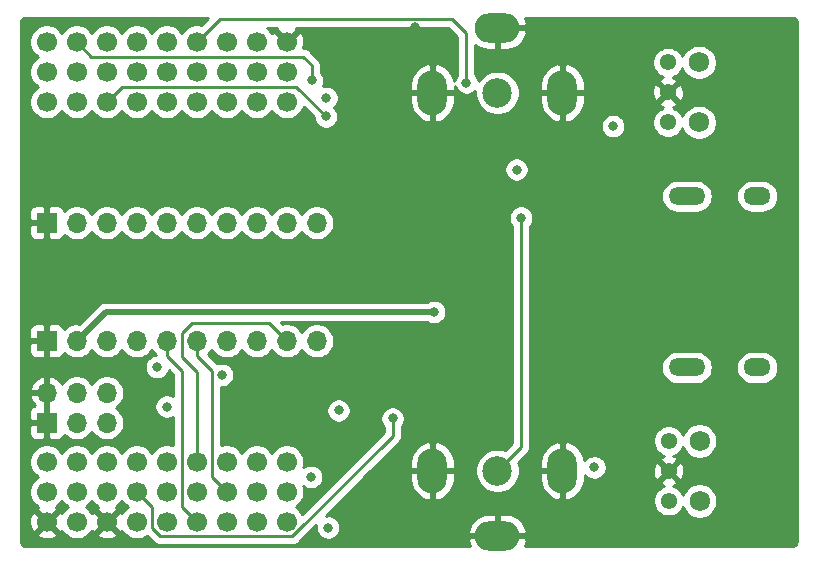
<source format=gbr>
%TF.GenerationSoftware,KiCad,Pcbnew,5.1.9-73d0e3b20d~88~ubuntu20.04.1*%
%TF.CreationDate,2021-06-05T19:42:07+02:00*%
%TF.ProjectId,andy,616e6479-2e6b-4696-9361-645f70636258,v1.00*%
%TF.SameCoordinates,Original*%
%TF.FileFunction,Copper,L4,Bot*%
%TF.FilePolarity,Positive*%
%FSLAX46Y46*%
G04 Gerber Fmt 4.6, Leading zero omitted, Abs format (unit mm)*
G04 Created by KiCad (PCBNEW 5.1.9-73d0e3b20d~88~ubuntu20.04.1) date 2021-06-05 19:42:07*
%MOMM*%
%LPD*%
G01*
G04 APERTURE LIST*
%TA.AperFunction,ComponentPad*%
%ADD10C,1.700000*%
%TD*%
%TA.AperFunction,ComponentPad*%
%ADD11C,1.381250*%
%TD*%
%TA.AperFunction,ComponentPad*%
%ADD12C,1.725000*%
%TD*%
%TA.AperFunction,ComponentPad*%
%ADD13C,1.381000*%
%TD*%
%TA.AperFunction,ComponentPad*%
%ADD14C,2.500000*%
%TD*%
%TA.AperFunction,ComponentPad*%
%ADD15O,2.500000X3.800000*%
%TD*%
%TA.AperFunction,ComponentPad*%
%ADD16O,3.800000X2.500000*%
%TD*%
%TA.AperFunction,ComponentPad*%
%ADD17O,3.100000X1.500000*%
%TD*%
%TA.AperFunction,ComponentPad*%
%ADD18O,2.300000X1.500000*%
%TD*%
%TA.AperFunction,ComponentPad*%
%ADD19O,1.700000X1.700000*%
%TD*%
%TA.AperFunction,ComponentPad*%
%ADD20R,1.700000X1.700000*%
%TD*%
%TA.AperFunction,ViaPad*%
%ADD21C,0.800000*%
%TD*%
%TA.AperFunction,Conductor*%
%ADD22C,0.500000*%
%TD*%
%TA.AperFunction,Conductor*%
%ADD23C,0.250000*%
%TD*%
%TA.AperFunction,Conductor*%
%ADD24C,0.254000*%
%TD*%
%TA.AperFunction,Conductor*%
%ADD25C,0.100000*%
%TD*%
G04 APERTURE END LIST*
D10*
%TO.P,U1,54*%
%TO.N,GND*%
X160160000Y-79680000D03*
%TO.P,U1,53*%
%TO.N,+3V3*%
X157620000Y-79680000D03*
%TO.P,U1,52*%
%TO.N,N/C*%
X155080000Y-79680000D03*
%TO.P,U1,51*%
%TO.N,hdmi_tx_en*%
X152540000Y-79680000D03*
%TO.P,U1,50*%
%TO.N,sai1_sd_a_pc1*%
X150000000Y-79680000D03*
%TO.P,U1,49*%
%TO.N,sai1_mclk_b*%
X147460000Y-79680000D03*
%TO.P,U1,48*%
%TO.N,sai1_sck_b*%
X144920000Y-79680000D03*
%TO.P,U1,47*%
%TO.N,spdifrx_in1*%
X142380000Y-79680000D03*
%TO.P,U1,46*%
%TO.N,N/C*%
X139840000Y-79680000D03*
%TO.P,U1,45*%
%TO.N,hdmi_5v_in*%
X160160000Y-82220000D03*
%TO.P,U1,44*%
%TO.N,hdmi_hpd_en*%
X157620000Y-82220000D03*
%TO.P,U1,43*%
%TO.N,i2s1_ws*%
X155080000Y-82220000D03*
%TO.P,U1,42*%
%TO.N,hdmi_rx_en*%
X152540000Y-82220000D03*
%TO.P,U1,41*%
%TO.N,i2s1_mck*%
X150000000Y-82220000D03*
%TO.P,U1,40*%
%TO.N,N/C*%
X147460000Y-82220000D03*
%TO.P,U1,39*%
%TO.N,sai1_sd_a_pb2*%
X144920000Y-82220000D03*
%TO.P,U1,38*%
%TO.N,N/C*%
X142380000Y-82220000D03*
%TO.P,U1,37*%
X139840000Y-82220000D03*
%TO.P,U1,36*%
%TO.N,hdmi_5v_en*%
X160160000Y-84760000D03*
%TO.P,U1,35*%
%TO.N,hdmi_hpd_in*%
X157620000Y-84760000D03*
%TO.P,U1,34*%
%TO.N,i2s1_ck*%
X155080000Y-84760000D03*
%TO.P,U1,33*%
%TO.N,i2s1_sd*%
X152540000Y-84760000D03*
%TO.P,U1,32*%
%TO.N,spdifrx_in3*%
X150000000Y-84760000D03*
%TO.P,U1,31*%
%TO.N,N/C*%
X147460000Y-84760000D03*
%TO.P,U1,30*%
%TO.N,i2c2_scl*%
X144920000Y-84760000D03*
%TO.P,U1,29*%
%TO.N,N/C*%
X142380000Y-84760000D03*
%TO.P,U1,28*%
X139840000Y-84760000D03*
%TO.P,U1,27*%
%TO.N,pc14*%
X160160000Y-115240000D03*
%TO.P,U1,26*%
%TO.N,N/C*%
X157620000Y-115240000D03*
%TO.P,U1,25*%
X155080000Y-115240000D03*
%TO.P,U1,24*%
%TO.N,cec_pb6*%
X152540000Y-115240000D03*
%TO.P,U1,23*%
%TO.N,i2c3_sda*%
X150000000Y-115240000D03*
%TO.P,U1,22*%
%TO.N,uart5_rx*%
X147460000Y-115240000D03*
%TO.P,U1,21*%
%TO.N,N/C*%
X144920000Y-115240000D03*
%TO.P,U1,20*%
%TO.N,cec_pa15*%
X142380000Y-115240000D03*
%TO.P,U1,19*%
%TO.N,swdio*%
X139840000Y-115240000D03*
%TO.P,U1,18*%
%TO.N,pc15*%
X160160000Y-117780000D03*
%TO.P,U1,17*%
%TO.N,N/C*%
X157620000Y-117780000D03*
%TO.P,U1,16*%
%TO.N,sai1_fs_b*%
X155080000Y-117780000D03*
%TO.P,U1,15*%
%TO.N,spdifrx_in0*%
X152540000Y-117780000D03*
%TO.P,U1,14*%
%TO.N,N/C*%
X150000000Y-117780000D03*
%TO.P,U1,13*%
%TO.N,i2c2_sda*%
X147460000Y-117780000D03*
%TO.P,U1,12*%
%TO.N,uart5_tx*%
X144920000Y-117780000D03*
%TO.P,U1,11*%
%TO.N,N/C*%
X142380000Y-117780000D03*
%TO.P,U1,10*%
%TO.N,swclk*%
X139840000Y-117780000D03*
%TO.P,U1,9*%
%TO.N,N/C*%
X160160000Y-120320000D03*
%TO.P,U1,8*%
%TO.N,i2s_clk*%
X157620000Y-120320000D03*
%TO.P,U1,7*%
%TO.N,i2c3_scl*%
X155080000Y-120320000D03*
%TO.P,U1,6*%
%TO.N,sai1_sd_b*%
X152540000Y-120320000D03*
%TO.P,U1,5*%
%TO.N,N/C*%
X150000000Y-120320000D03*
%TO.P,U1,4*%
%TO.N,+5V*%
X147460000Y-120320000D03*
%TO.P,U1,3*%
%TO.N,GND*%
X144920000Y-120320000D03*
%TO.P,U1,2*%
%TO.N,+3V3*%
X142380000Y-120320000D03*
%TO.P,U1,1*%
%TO.N,GND*%
X139840000Y-120320000D03*
%TD*%
D11*
%TO.P,U2,1*%
%TO.N,+3V3*%
X192440000Y-86500000D03*
%TO.P,U2,2*%
%TO.N,GND*%
X192440000Y-83960000D03*
%TO.P,U2,3*%
%TO.N,sai1_sd_a_pb2*%
X192440000Y-81420000D03*
D12*
%TO.P,U2,4*%
%TO.N,N/C*%
X195070000Y-86500000D03*
%TO.P,U2,5*%
X195070000Y-81420000D03*
%TD*%
D13*
%TO.P,U3,1*%
%TO.N,Net-(C3-Pad2)*%
X192490000Y-118540000D03*
%TO.P,U3,2*%
%TO.N,GND*%
X192490000Y-116000000D03*
%TO.P,U3,3*%
%TO.N,spdifrx_in0*%
X192490000Y-113460000D03*
D12*
%TO.P,U3,4*%
%TO.N,N/C*%
X195110000Y-118540000D03*
%TO.P,U3,5*%
X195110000Y-113460000D03*
%TD*%
D14*
%TO.P,J1,1*%
%TO.N,spdif_rx*%
X178000000Y-84000000D03*
D15*
%TO.P,J1,2*%
%TO.N,GND*%
X172500000Y-84000000D03*
X183500000Y-84000000D03*
D16*
X178000000Y-78500000D03*
%TD*%
%TO.P,J2,2*%
%TO.N,GND*%
X178000000Y-121500000D03*
D15*
X172500000Y-116000000D03*
X183500000Y-116000000D03*
D14*
%TO.P,J2,1*%
%TO.N,spdif_tx*%
X178000000Y-116000000D03*
%TD*%
D17*
%TO.P,J3,S2*%
%TO.N,N/C*%
X194040000Y-107250000D03*
%TO.P,J3,S1*%
X194040000Y-92750000D03*
D18*
%TO.P,J3,S3*%
X200000000Y-107250000D03*
%TO.P,J3,S4*%
X200000000Y-92750000D03*
%TD*%
D19*
%TO.P,J4,10*%
%TO.N,spdifrx_in3*%
X162700000Y-105000000D03*
%TO.P,J4,9*%
%TO.N,cec_pb6*%
X160160000Y-105000000D03*
%TO.P,J4,8*%
%TO.N,sai1_mclk_b*%
X157620000Y-105000000D03*
%TO.P,J4,7*%
%TO.N,sai1_sck_b*%
X155080000Y-105000000D03*
%TO.P,J4,6*%
%TO.N,sai1_fs_b*%
X152540000Y-105000000D03*
%TO.P,J4,5*%
%TO.N,sai1_sd_b*%
X150000000Y-105000000D03*
%TO.P,J4,4*%
%TO.N,i2c3_sda*%
X147460000Y-105000000D03*
%TO.P,J4,3*%
%TO.N,i2c3_scl*%
X144920000Y-105000000D03*
%TO.P,J4,2*%
%TO.N,+5V*%
X142380000Y-105000000D03*
D20*
%TO.P,J4,1*%
%TO.N,GND*%
X139840000Y-105000000D03*
%TD*%
%TO.P,J5,1*%
%TO.N,GND*%
X139840000Y-95000000D03*
D19*
%TO.P,J5,2*%
%TO.N,+5V*%
X142380000Y-95000000D03*
%TO.P,J5,3*%
%TO.N,i2c3_scl*%
X144920000Y-95000000D03*
%TO.P,J5,4*%
%TO.N,i2c3_sda*%
X147460000Y-95000000D03*
%TO.P,J5,5*%
%TO.N,i2s1_sd*%
X150000000Y-95000000D03*
%TO.P,J5,6*%
%TO.N,i2s1_ws*%
X152540000Y-95000000D03*
%TO.P,J5,7*%
%TO.N,i2s1_ck*%
X155080000Y-95000000D03*
%TO.P,J5,8*%
%TO.N,i2s1_mck*%
X157620000Y-95000000D03*
%TO.P,J5,9*%
%TO.N,pc14*%
X160160000Y-95000000D03*
%TO.P,J5,10*%
%TO.N,pc15*%
X162700000Y-95000000D03*
%TD*%
D20*
%TO.P,J6,1*%
%TO.N,GND*%
X139840000Y-111930000D03*
D19*
%TO.P,J6,2*%
X139840000Y-109390000D03*
%TO.P,J6,3*%
%TO.N,swdio*%
X142380000Y-111930000D03*
%TO.P,J6,4*%
%TO.N,uart5_tx*%
X142380000Y-109390000D03*
%TO.P,J6,5*%
%TO.N,swclk*%
X144920000Y-111930000D03*
%TO.P,J6,6*%
%TO.N,uart5_rx*%
X144920000Y-109390000D03*
%TD*%
D21*
%TO.N,GND*%
X187820000Y-115980000D03*
X164530000Y-116130000D03*
X187780000Y-83555000D03*
X166790000Y-84430000D03*
X166929998Y-120820000D03*
X170120000Y-116520000D03*
X195080000Y-96000000D03*
X195180000Y-97500000D03*
X195170000Y-99000000D03*
X195180000Y-100500000D03*
X195180000Y-103490000D03*
X184100000Y-97800000D03*
X174060000Y-97730000D03*
X165600000Y-110030000D03*
X184100000Y-109220000D03*
X184310000Y-106260000D03*
X184100000Y-104810000D03*
X174880000Y-109520000D03*
X174890000Y-104480000D03*
X171050000Y-78450000D03*
X164330000Y-79720000D03*
X177010000Y-93950000D03*
X157590000Y-113500000D03*
X157920000Y-107870000D03*
X184100000Y-102200000D03*
X174060000Y-104700000D03*
X177229998Y-91370000D03*
X165980000Y-78910000D03*
%TO.N,+3V3*%
X163510000Y-84430000D03*
X187790000Y-86810000D03*
X186200000Y-115700000D03*
X163670000Y-120810000D03*
X179620000Y-90500000D03*
X154680000Y-107870000D03*
X164550000Y-110880000D03*
X150000000Y-110564979D03*
%TO.N,+5V*%
X172650000Y-102550000D03*
%TO.N,hdmi_tx_en*%
X175370000Y-83130000D03*
%TO.N,spdif_tx*%
X180000000Y-94569994D03*
%TO.N,spdifrx_in1*%
X162300000Y-82950000D03*
%TO.N,i2c3_scl*%
X149160000Y-107210000D03*
%TO.N,i2c2_sda*%
X169130000Y-111559998D03*
%TO.N,i2c2_scl*%
X163480000Y-85990000D03*
%TO.N,cec_pa15*%
X162230029Y-116514847D03*
%TD*%
D22*
%TO.N,+5V*%
X146155001Y-102550000D02*
X172650000Y-102550000D01*
X144830000Y-102550000D02*
X146155001Y-102550000D01*
X142380000Y-105000000D02*
X144830000Y-102550000D01*
D23*
%TO.N,hdmi_tx_en*%
X154510000Y-77710000D02*
X174150000Y-77710000D01*
X175370000Y-78930000D02*
X175370000Y-83130000D01*
X152540000Y-79680000D02*
X154510000Y-77710000D01*
X174150000Y-77710000D02*
X175370000Y-78930000D01*
%TO.N,spdif_tx*%
X180000000Y-114000000D02*
X180000000Y-94569994D01*
X178000000Y-116000000D02*
X180000000Y-114000000D01*
%TO.N,cec_pb6*%
X152540000Y-107630000D02*
X152540000Y-115240000D01*
X151280000Y-106370000D02*
X152540000Y-107630000D01*
X151280000Y-104330000D02*
X151280000Y-106370000D01*
X152130000Y-103480000D02*
X151280000Y-104330000D01*
X158640000Y-103480000D02*
X152130000Y-103480000D01*
X160160000Y-105000000D02*
X158640000Y-103480000D01*
%TO.N,sai1_fs_b*%
X153810000Y-116510000D02*
X155080000Y-117780000D01*
X153810000Y-107510000D02*
X153810000Y-116510000D01*
X152540000Y-106240000D02*
X153810000Y-107510000D01*
X152540000Y-105000000D02*
X152540000Y-106240000D01*
%TO.N,sai1_sd_b*%
X151270000Y-119050000D02*
X152540000Y-120320000D01*
X151270000Y-107530000D02*
X151270000Y-119050000D01*
X150000000Y-106260000D02*
X151270000Y-107530000D01*
X150000000Y-105000000D02*
X150000000Y-106260000D01*
%TO.N,spdifrx_in1*%
X162300000Y-81680000D02*
X162300000Y-82950000D01*
X143630000Y-80930000D02*
X161550000Y-80930000D01*
X161550000Y-80930000D02*
X162300000Y-81680000D01*
X142380000Y-79680000D02*
X143630000Y-80930000D01*
%TO.N,i2c2_sda*%
X147766410Y-117780000D02*
X147460000Y-117780000D01*
X169130000Y-113055685D02*
X169130000Y-111559998D01*
X160640684Y-121545001D02*
X169130000Y-113055685D01*
X149455001Y-121545001D02*
X160640684Y-121545001D01*
X148740000Y-120830000D02*
X149455001Y-121545001D01*
X148740000Y-119060000D02*
X148740000Y-120830000D01*
X147460000Y-117780000D02*
X148740000Y-119060000D01*
%TO.N,i2c2_scl*%
X160980000Y-83490000D02*
X163480000Y-85990000D01*
X146190000Y-83490000D02*
X160980000Y-83490000D01*
X144920000Y-84760000D02*
X146190000Y-83490000D01*
%TD*%
D24*
%TO.N,GND*%
X152906408Y-78238791D02*
X152686260Y-78195000D01*
X152393740Y-78195000D01*
X152106842Y-78252068D01*
X151836589Y-78364010D01*
X151593368Y-78526525D01*
X151386525Y-78733368D01*
X151270000Y-78907760D01*
X151153475Y-78733368D01*
X150946632Y-78526525D01*
X150703411Y-78364010D01*
X150433158Y-78252068D01*
X150146260Y-78195000D01*
X149853740Y-78195000D01*
X149566842Y-78252068D01*
X149296589Y-78364010D01*
X149053368Y-78526525D01*
X148846525Y-78733368D01*
X148730000Y-78907760D01*
X148613475Y-78733368D01*
X148406632Y-78526525D01*
X148163411Y-78364010D01*
X147893158Y-78252068D01*
X147606260Y-78195000D01*
X147313740Y-78195000D01*
X147026842Y-78252068D01*
X146756589Y-78364010D01*
X146513368Y-78526525D01*
X146306525Y-78733368D01*
X146190000Y-78907760D01*
X146073475Y-78733368D01*
X145866632Y-78526525D01*
X145623411Y-78364010D01*
X145353158Y-78252068D01*
X145066260Y-78195000D01*
X144773740Y-78195000D01*
X144486842Y-78252068D01*
X144216589Y-78364010D01*
X143973368Y-78526525D01*
X143766525Y-78733368D01*
X143650000Y-78907760D01*
X143533475Y-78733368D01*
X143326632Y-78526525D01*
X143083411Y-78364010D01*
X142813158Y-78252068D01*
X142526260Y-78195000D01*
X142233740Y-78195000D01*
X141946842Y-78252068D01*
X141676589Y-78364010D01*
X141433368Y-78526525D01*
X141226525Y-78733368D01*
X141110000Y-78907760D01*
X140993475Y-78733368D01*
X140786632Y-78526525D01*
X140543411Y-78364010D01*
X140273158Y-78252068D01*
X139986260Y-78195000D01*
X139693740Y-78195000D01*
X139406842Y-78252068D01*
X139136589Y-78364010D01*
X138893368Y-78526525D01*
X138686525Y-78733368D01*
X138524010Y-78976589D01*
X138412068Y-79246842D01*
X138355000Y-79533740D01*
X138355000Y-79826260D01*
X138412068Y-80113158D01*
X138524010Y-80383411D01*
X138686525Y-80626632D01*
X138893368Y-80833475D01*
X139067760Y-80950000D01*
X138893368Y-81066525D01*
X138686525Y-81273368D01*
X138524010Y-81516589D01*
X138412068Y-81786842D01*
X138355000Y-82073740D01*
X138355000Y-82366260D01*
X138412068Y-82653158D01*
X138524010Y-82923411D01*
X138686525Y-83166632D01*
X138893368Y-83373475D01*
X139067760Y-83490000D01*
X138893368Y-83606525D01*
X138686525Y-83813368D01*
X138524010Y-84056589D01*
X138412068Y-84326842D01*
X138355000Y-84613740D01*
X138355000Y-84906260D01*
X138412068Y-85193158D01*
X138524010Y-85463411D01*
X138686525Y-85706632D01*
X138893368Y-85913475D01*
X139136589Y-86075990D01*
X139406842Y-86187932D01*
X139693740Y-86245000D01*
X139986260Y-86245000D01*
X140273158Y-86187932D01*
X140543411Y-86075990D01*
X140786632Y-85913475D01*
X140993475Y-85706632D01*
X141110000Y-85532240D01*
X141226525Y-85706632D01*
X141433368Y-85913475D01*
X141676589Y-86075990D01*
X141946842Y-86187932D01*
X142233740Y-86245000D01*
X142526260Y-86245000D01*
X142813158Y-86187932D01*
X143083411Y-86075990D01*
X143326632Y-85913475D01*
X143533475Y-85706632D01*
X143650000Y-85532240D01*
X143766525Y-85706632D01*
X143973368Y-85913475D01*
X144216589Y-86075990D01*
X144486842Y-86187932D01*
X144773740Y-86245000D01*
X145066260Y-86245000D01*
X145353158Y-86187932D01*
X145623411Y-86075990D01*
X145866632Y-85913475D01*
X146073475Y-85706632D01*
X146190000Y-85532240D01*
X146306525Y-85706632D01*
X146513368Y-85913475D01*
X146756589Y-86075990D01*
X147026842Y-86187932D01*
X147313740Y-86245000D01*
X147606260Y-86245000D01*
X147893158Y-86187932D01*
X148163411Y-86075990D01*
X148406632Y-85913475D01*
X148613475Y-85706632D01*
X148730000Y-85532240D01*
X148846525Y-85706632D01*
X149053368Y-85913475D01*
X149296589Y-86075990D01*
X149566842Y-86187932D01*
X149853740Y-86245000D01*
X150146260Y-86245000D01*
X150433158Y-86187932D01*
X150703411Y-86075990D01*
X150946632Y-85913475D01*
X151153475Y-85706632D01*
X151270000Y-85532240D01*
X151386525Y-85706632D01*
X151593368Y-85913475D01*
X151836589Y-86075990D01*
X152106842Y-86187932D01*
X152393740Y-86245000D01*
X152686260Y-86245000D01*
X152973158Y-86187932D01*
X153243411Y-86075990D01*
X153486632Y-85913475D01*
X153693475Y-85706632D01*
X153810000Y-85532240D01*
X153926525Y-85706632D01*
X154133368Y-85913475D01*
X154376589Y-86075990D01*
X154646842Y-86187932D01*
X154933740Y-86245000D01*
X155226260Y-86245000D01*
X155513158Y-86187932D01*
X155783411Y-86075990D01*
X156026632Y-85913475D01*
X156233475Y-85706632D01*
X156350000Y-85532240D01*
X156466525Y-85706632D01*
X156673368Y-85913475D01*
X156916589Y-86075990D01*
X157186842Y-86187932D01*
X157473740Y-86245000D01*
X157766260Y-86245000D01*
X158053158Y-86187932D01*
X158323411Y-86075990D01*
X158566632Y-85913475D01*
X158773475Y-85706632D01*
X158890000Y-85532240D01*
X159006525Y-85706632D01*
X159213368Y-85913475D01*
X159456589Y-86075990D01*
X159726842Y-86187932D01*
X160013740Y-86245000D01*
X160306260Y-86245000D01*
X160593158Y-86187932D01*
X160863411Y-86075990D01*
X161106632Y-85913475D01*
X161313475Y-85706632D01*
X161475990Y-85463411D01*
X161587932Y-85193158D01*
X161591321Y-85176122D01*
X162445000Y-86029802D01*
X162445000Y-86091939D01*
X162484774Y-86291898D01*
X162562795Y-86480256D01*
X162676063Y-86649774D01*
X162820226Y-86793937D01*
X162989744Y-86907205D01*
X163178102Y-86985226D01*
X163378061Y-87025000D01*
X163581939Y-87025000D01*
X163781898Y-86985226D01*
X163970256Y-86907205D01*
X164139774Y-86793937D01*
X164225650Y-86708061D01*
X186755000Y-86708061D01*
X186755000Y-86911939D01*
X186794774Y-87111898D01*
X186872795Y-87300256D01*
X186986063Y-87469774D01*
X187130226Y-87613937D01*
X187299744Y-87727205D01*
X187488102Y-87805226D01*
X187688061Y-87845000D01*
X187891939Y-87845000D01*
X188091898Y-87805226D01*
X188280256Y-87727205D01*
X188449774Y-87613937D01*
X188593937Y-87469774D01*
X188707205Y-87300256D01*
X188785226Y-87111898D01*
X188825000Y-86911939D01*
X188825000Y-86708061D01*
X188785226Y-86508102D01*
X188727789Y-86369437D01*
X191114375Y-86369437D01*
X191114375Y-86630563D01*
X191165318Y-86886671D01*
X191265246Y-87127919D01*
X191410320Y-87345037D01*
X191594963Y-87529680D01*
X191812081Y-87674754D01*
X192053329Y-87774682D01*
X192309437Y-87825625D01*
X192570563Y-87825625D01*
X192826671Y-87774682D01*
X193067919Y-87674754D01*
X193285037Y-87529680D01*
X193469680Y-87345037D01*
X193614754Y-87127919D01*
X193661982Y-87013900D01*
X193742933Y-87209332D01*
X193906816Y-87454601D01*
X194115399Y-87663184D01*
X194360668Y-87827067D01*
X194633195Y-87939952D01*
X194922509Y-87997500D01*
X195217491Y-87997500D01*
X195506805Y-87939952D01*
X195779332Y-87827067D01*
X196024601Y-87663184D01*
X196233184Y-87454601D01*
X196397067Y-87209332D01*
X196509952Y-86936805D01*
X196567500Y-86647491D01*
X196567500Y-86352509D01*
X196509952Y-86063195D01*
X196397067Y-85790668D01*
X196233184Y-85545399D01*
X196024601Y-85336816D01*
X195779332Y-85172933D01*
X195506805Y-85060048D01*
X195217491Y-85002500D01*
X194922509Y-85002500D01*
X194633195Y-85060048D01*
X194360668Y-85172933D01*
X194115399Y-85336816D01*
X193906816Y-85545399D01*
X193742933Y-85790668D01*
X193661982Y-85986100D01*
X193614754Y-85872081D01*
X193469680Y-85654963D01*
X193285037Y-85470320D01*
X193067919Y-85325246D01*
X192832793Y-85227854D01*
X193018092Y-85160058D01*
X193116641Y-85107382D01*
X193174963Y-84874568D01*
X192440000Y-84139605D01*
X191705037Y-84874568D01*
X191763359Y-85107382D01*
X192000204Y-85217342D01*
X192045828Y-85228425D01*
X191812081Y-85325246D01*
X191594963Y-85470320D01*
X191410320Y-85654963D01*
X191265246Y-85872081D01*
X191165318Y-86113329D01*
X191114375Y-86369437D01*
X188727789Y-86369437D01*
X188707205Y-86319744D01*
X188593937Y-86150226D01*
X188449774Y-86006063D01*
X188280256Y-85892795D01*
X188091898Y-85814774D01*
X187891939Y-85775000D01*
X187688061Y-85775000D01*
X187488102Y-85814774D01*
X187299744Y-85892795D01*
X187130226Y-86006063D01*
X186986063Y-86150226D01*
X186872795Y-86319744D01*
X186794774Y-86508102D01*
X186755000Y-86708061D01*
X164225650Y-86708061D01*
X164283937Y-86649774D01*
X164397205Y-86480256D01*
X164475226Y-86291898D01*
X164515000Y-86091939D01*
X164515000Y-85888061D01*
X164475226Y-85688102D01*
X164397205Y-85499744D01*
X164283937Y-85330226D01*
X164178711Y-85225000D01*
X164313937Y-85089774D01*
X164427205Y-84920256D01*
X164505226Y-84731898D01*
X164545000Y-84531939D01*
X164545000Y-84328061D01*
X164505226Y-84128102D01*
X164504770Y-84127000D01*
X170615000Y-84127000D01*
X170615000Y-84777000D01*
X170675996Y-85142305D01*
X170807088Y-85488691D01*
X171003237Y-85802847D01*
X171256906Y-86072699D01*
X171558347Y-86287878D01*
X171895975Y-86440114D01*
X172080355Y-86487695D01*
X172373000Y-86371572D01*
X172373000Y-84127000D01*
X172627000Y-84127000D01*
X172627000Y-86371572D01*
X172919645Y-86487695D01*
X173104025Y-86440114D01*
X173441653Y-86287878D01*
X173743094Y-86072699D01*
X173996763Y-85802847D01*
X174192912Y-85488691D01*
X174324004Y-85142305D01*
X174385000Y-84777000D01*
X174385000Y-84127000D01*
X172627000Y-84127000D01*
X172373000Y-84127000D01*
X170615000Y-84127000D01*
X164504770Y-84127000D01*
X164427205Y-83939744D01*
X164313937Y-83770226D01*
X164169774Y-83626063D01*
X164000256Y-83512795D01*
X163811898Y-83434774D01*
X163611939Y-83395000D01*
X163408061Y-83395000D01*
X163220497Y-83432309D01*
X163295226Y-83251898D01*
X163300974Y-83223000D01*
X170615000Y-83223000D01*
X170615000Y-83873000D01*
X172373000Y-83873000D01*
X172373000Y-81628428D01*
X172080355Y-81512305D01*
X171895975Y-81559886D01*
X171558347Y-81712122D01*
X171256906Y-81927301D01*
X171003237Y-82197153D01*
X170807088Y-82511309D01*
X170675996Y-82857695D01*
X170615000Y-83223000D01*
X163300974Y-83223000D01*
X163335000Y-83051939D01*
X163335000Y-82848061D01*
X163295226Y-82648102D01*
X163217205Y-82459744D01*
X163103937Y-82290226D01*
X163060000Y-82246289D01*
X163060000Y-81717322D01*
X163063676Y-81679999D01*
X163060000Y-81642676D01*
X163060000Y-81642667D01*
X163049003Y-81531014D01*
X163005546Y-81387753D01*
X162934974Y-81255724D01*
X162840001Y-81139999D01*
X162811004Y-81116202D01*
X162113803Y-80419002D01*
X162090001Y-80389999D01*
X161974276Y-80295026D01*
X161842247Y-80224454D01*
X161698986Y-80180997D01*
X161587333Y-80170000D01*
X161587322Y-80170000D01*
X161568194Y-80168116D01*
X161635339Y-79903589D01*
X161650611Y-79611469D01*
X161608599Y-79321981D01*
X161510919Y-79046253D01*
X161437472Y-78908843D01*
X161188397Y-78831208D01*
X160339605Y-79680000D01*
X160353748Y-79694143D01*
X160174143Y-79873748D01*
X160160000Y-79859605D01*
X160145858Y-79873748D01*
X159966253Y-79694143D01*
X159980395Y-79680000D01*
X159131603Y-78831208D01*
X158889311Y-78906729D01*
X158773475Y-78733368D01*
X158566632Y-78526525D01*
X158482036Y-78470000D01*
X159367812Y-78470000D01*
X159311208Y-78651603D01*
X160160000Y-79500395D01*
X161008792Y-78651603D01*
X160952188Y-78470000D01*
X173835199Y-78470000D01*
X174610000Y-79244802D01*
X174610001Y-82426288D01*
X174566063Y-82470226D01*
X174452795Y-82639744D01*
X174374774Y-82828102D01*
X174344487Y-82980367D01*
X174324004Y-82857695D01*
X174192912Y-82511309D01*
X173996763Y-82197153D01*
X173743094Y-81927301D01*
X173441653Y-81712122D01*
X173104025Y-81559886D01*
X172919645Y-81512305D01*
X172627000Y-81628428D01*
X172627000Y-83873000D01*
X174385000Y-83873000D01*
X174385000Y-83456586D01*
X174452795Y-83620256D01*
X174566063Y-83789774D01*
X174710226Y-83933937D01*
X174879744Y-84047205D01*
X175068102Y-84125226D01*
X175268061Y-84165000D01*
X175471939Y-84165000D01*
X175671898Y-84125226D01*
X175860256Y-84047205D01*
X176029774Y-83933937D01*
X176115000Y-83848711D01*
X176115000Y-84185656D01*
X176187439Y-84549834D01*
X176329534Y-84892882D01*
X176535825Y-85201618D01*
X176798382Y-85464175D01*
X177107118Y-85670466D01*
X177450166Y-85812561D01*
X177814344Y-85885000D01*
X178185656Y-85885000D01*
X178549834Y-85812561D01*
X178892882Y-85670466D01*
X179201618Y-85464175D01*
X179464175Y-85201618D01*
X179670466Y-84892882D01*
X179812561Y-84549834D01*
X179885000Y-84185656D01*
X179885000Y-84127000D01*
X181615000Y-84127000D01*
X181615000Y-84777000D01*
X181675996Y-85142305D01*
X181807088Y-85488691D01*
X182003237Y-85802847D01*
X182256906Y-86072699D01*
X182558347Y-86287878D01*
X182895975Y-86440114D01*
X183080355Y-86487695D01*
X183373000Y-86371572D01*
X183373000Y-84127000D01*
X183627000Y-84127000D01*
X183627000Y-86371572D01*
X183919645Y-86487695D01*
X184104025Y-86440114D01*
X184441653Y-86287878D01*
X184743094Y-86072699D01*
X184996763Y-85802847D01*
X185192912Y-85488691D01*
X185324004Y-85142305D01*
X185385000Y-84777000D01*
X185385000Y-84127000D01*
X183627000Y-84127000D01*
X183373000Y-84127000D01*
X181615000Y-84127000D01*
X179885000Y-84127000D01*
X179885000Y-84034845D01*
X191110064Y-84034845D01*
X191150220Y-84292865D01*
X191239942Y-84538092D01*
X191292618Y-84636641D01*
X191525432Y-84694963D01*
X192260395Y-83960000D01*
X192619605Y-83960000D01*
X193354568Y-84694963D01*
X193587382Y-84636641D01*
X193697342Y-84399796D01*
X193758983Y-84146050D01*
X193769936Y-83885155D01*
X193729780Y-83627135D01*
X193640058Y-83381908D01*
X193587382Y-83283359D01*
X193354568Y-83225037D01*
X192619605Y-83960000D01*
X192260395Y-83960000D01*
X191525432Y-83225037D01*
X191292618Y-83283359D01*
X191182658Y-83520204D01*
X191121017Y-83773950D01*
X191110064Y-84034845D01*
X179885000Y-84034845D01*
X179885000Y-83814344D01*
X179812561Y-83450166D01*
X179718466Y-83223000D01*
X181615000Y-83223000D01*
X181615000Y-83873000D01*
X183373000Y-83873000D01*
X183373000Y-81628428D01*
X183627000Y-81628428D01*
X183627000Y-83873000D01*
X185385000Y-83873000D01*
X185385000Y-83223000D01*
X185324004Y-82857695D01*
X185192912Y-82511309D01*
X184996763Y-82197153D01*
X184743094Y-81927301D01*
X184441653Y-81712122D01*
X184104025Y-81559886D01*
X183919645Y-81512305D01*
X183627000Y-81628428D01*
X183373000Y-81628428D01*
X183080355Y-81512305D01*
X182895975Y-81559886D01*
X182558347Y-81712122D01*
X182256906Y-81927301D01*
X182003237Y-82197153D01*
X181807088Y-82511309D01*
X181675996Y-82857695D01*
X181615000Y-83223000D01*
X179718466Y-83223000D01*
X179670466Y-83107118D01*
X179464175Y-82798382D01*
X179201618Y-82535825D01*
X178892882Y-82329534D01*
X178549834Y-82187439D01*
X178185656Y-82115000D01*
X177814344Y-82115000D01*
X177450166Y-82187439D01*
X177107118Y-82329534D01*
X176798382Y-82535825D01*
X176535825Y-82798382D01*
X176399806Y-83001949D01*
X176365226Y-82828102D01*
X176287205Y-82639744D01*
X176173937Y-82470226D01*
X176130000Y-82426289D01*
X176130000Y-81289437D01*
X191114375Y-81289437D01*
X191114375Y-81550563D01*
X191165318Y-81806671D01*
X191265246Y-82047919D01*
X191410320Y-82265037D01*
X191594963Y-82449680D01*
X191812081Y-82594754D01*
X192047207Y-82692146D01*
X191861908Y-82759942D01*
X191763359Y-82812618D01*
X191705037Y-83045432D01*
X192440000Y-83780395D01*
X193174963Y-83045432D01*
X193116641Y-82812618D01*
X192879796Y-82702658D01*
X192834172Y-82691575D01*
X193067919Y-82594754D01*
X193285037Y-82449680D01*
X193469680Y-82265037D01*
X193614754Y-82047919D01*
X193661982Y-81933900D01*
X193742933Y-82129332D01*
X193906816Y-82374601D01*
X194115399Y-82583184D01*
X194360668Y-82747067D01*
X194633195Y-82859952D01*
X194922509Y-82917500D01*
X195217491Y-82917500D01*
X195506805Y-82859952D01*
X195779332Y-82747067D01*
X196024601Y-82583184D01*
X196233184Y-82374601D01*
X196397067Y-82129332D01*
X196509952Y-81856805D01*
X196567500Y-81567491D01*
X196567500Y-81272509D01*
X196509952Y-80983195D01*
X196397067Y-80710668D01*
X196233184Y-80465399D01*
X196024601Y-80256816D01*
X195779332Y-80092933D01*
X195506805Y-79980048D01*
X195217491Y-79922500D01*
X194922509Y-79922500D01*
X194633195Y-79980048D01*
X194360668Y-80092933D01*
X194115399Y-80256816D01*
X193906816Y-80465399D01*
X193742933Y-80710668D01*
X193661982Y-80906100D01*
X193614754Y-80792081D01*
X193469680Y-80574963D01*
X193285037Y-80390320D01*
X193067919Y-80245246D01*
X192826671Y-80145318D01*
X192570563Y-80094375D01*
X192309437Y-80094375D01*
X192053329Y-80145318D01*
X191812081Y-80245246D01*
X191594963Y-80390320D01*
X191410320Y-80574963D01*
X191265246Y-80792081D01*
X191165318Y-81033329D01*
X191114375Y-81289437D01*
X176130000Y-81289437D01*
X176130000Y-79933637D01*
X176197153Y-79996763D01*
X176511309Y-80192912D01*
X176857695Y-80324004D01*
X177223000Y-80385000D01*
X177873000Y-80385000D01*
X177873000Y-78627000D01*
X178127000Y-78627000D01*
X178127000Y-80385000D01*
X178777000Y-80385000D01*
X179142305Y-80324004D01*
X179488691Y-80192912D01*
X179802847Y-79996763D01*
X180072699Y-79743094D01*
X180287878Y-79441653D01*
X180440114Y-79104025D01*
X180487695Y-78919645D01*
X180371572Y-78627000D01*
X178127000Y-78627000D01*
X177873000Y-78627000D01*
X177853000Y-78627000D01*
X177853000Y-78373000D01*
X177873000Y-78373000D01*
X177873000Y-78353000D01*
X178127000Y-78353000D01*
X178127000Y-78373000D01*
X180371572Y-78373000D01*
X180487695Y-78080355D01*
X180440114Y-77895975D01*
X180333713Y-77660000D01*
X202967721Y-77660000D01*
X203065424Y-77669580D01*
X203128356Y-77688580D01*
X203186405Y-77719445D01*
X203237343Y-77760989D01*
X203279248Y-77811644D01*
X203310515Y-77869471D01*
X203329956Y-77932272D01*
X203340000Y-78027835D01*
X203340001Y-121967711D01*
X203330420Y-122065424D01*
X203311420Y-122128357D01*
X203280554Y-122186406D01*
X203239011Y-122237343D01*
X203188356Y-122279248D01*
X203130529Y-122310515D01*
X203067728Y-122329956D01*
X202972165Y-122340000D01*
X180333713Y-122340000D01*
X180440114Y-122104025D01*
X180487695Y-121919645D01*
X180371572Y-121627000D01*
X178127000Y-121627000D01*
X178127000Y-121647000D01*
X177873000Y-121647000D01*
X177873000Y-121627000D01*
X175628428Y-121627000D01*
X175512305Y-121919645D01*
X175559886Y-122104025D01*
X175666287Y-122340000D01*
X138032279Y-122340000D01*
X137934576Y-122330420D01*
X137871643Y-122311420D01*
X137813594Y-122280554D01*
X137762657Y-122239011D01*
X137720752Y-122188356D01*
X137689485Y-122130529D01*
X137670044Y-122067728D01*
X137660000Y-121972165D01*
X137660000Y-121348397D01*
X138991208Y-121348397D01*
X139068843Y-121597472D01*
X139332883Y-121723371D01*
X139616411Y-121795339D01*
X139908531Y-121810611D01*
X140198019Y-121768599D01*
X140473747Y-121670919D01*
X140611157Y-121597472D01*
X140688792Y-121348397D01*
X139840000Y-120499605D01*
X138991208Y-121348397D01*
X137660000Y-121348397D01*
X137660000Y-120388531D01*
X138349389Y-120388531D01*
X138391401Y-120678019D01*
X138489081Y-120953747D01*
X138562528Y-121091157D01*
X138811603Y-121168792D01*
X139660395Y-120320000D01*
X138811603Y-119471208D01*
X138562528Y-119548843D01*
X138436629Y-119812883D01*
X138364661Y-120096411D01*
X138349389Y-120388531D01*
X137660000Y-120388531D01*
X137660000Y-115093740D01*
X138355000Y-115093740D01*
X138355000Y-115386260D01*
X138412068Y-115673158D01*
X138524010Y-115943411D01*
X138686525Y-116186632D01*
X138893368Y-116393475D01*
X139067760Y-116510000D01*
X138893368Y-116626525D01*
X138686525Y-116833368D01*
X138524010Y-117076589D01*
X138412068Y-117346842D01*
X138355000Y-117633740D01*
X138355000Y-117926260D01*
X138412068Y-118213158D01*
X138524010Y-118483411D01*
X138686525Y-118726632D01*
X138893368Y-118933475D01*
X139066729Y-119049311D01*
X138991208Y-119291603D01*
X139840000Y-120140395D01*
X140688792Y-119291603D01*
X140613271Y-119049311D01*
X140786632Y-118933475D01*
X140993475Y-118726632D01*
X141110000Y-118552240D01*
X141226525Y-118726632D01*
X141433368Y-118933475D01*
X141607760Y-119050000D01*
X141433368Y-119166525D01*
X141226525Y-119373368D01*
X141110689Y-119546729D01*
X140868397Y-119471208D01*
X140019605Y-120320000D01*
X140868397Y-121168792D01*
X141110689Y-121093271D01*
X141226525Y-121266632D01*
X141433368Y-121473475D01*
X141676589Y-121635990D01*
X141946842Y-121747932D01*
X142233740Y-121805000D01*
X142526260Y-121805000D01*
X142813158Y-121747932D01*
X143083411Y-121635990D01*
X143326632Y-121473475D01*
X143451710Y-121348397D01*
X144071208Y-121348397D01*
X144148843Y-121597472D01*
X144412883Y-121723371D01*
X144696411Y-121795339D01*
X144988531Y-121810611D01*
X145278019Y-121768599D01*
X145553747Y-121670919D01*
X145691157Y-121597472D01*
X145768792Y-121348397D01*
X144920000Y-120499605D01*
X144071208Y-121348397D01*
X143451710Y-121348397D01*
X143533475Y-121266632D01*
X143649311Y-121093271D01*
X143891603Y-121168792D01*
X144740395Y-120320000D01*
X143891603Y-119471208D01*
X143649311Y-119546729D01*
X143533475Y-119373368D01*
X143326632Y-119166525D01*
X143152240Y-119050000D01*
X143326632Y-118933475D01*
X143533475Y-118726632D01*
X143650000Y-118552240D01*
X143766525Y-118726632D01*
X143973368Y-118933475D01*
X144146729Y-119049311D01*
X144071208Y-119291603D01*
X144920000Y-120140395D01*
X145768792Y-119291603D01*
X145693271Y-119049311D01*
X145866632Y-118933475D01*
X146073475Y-118726632D01*
X146190000Y-118552240D01*
X146306525Y-118726632D01*
X146513368Y-118933475D01*
X146687760Y-119050000D01*
X146513368Y-119166525D01*
X146306525Y-119373368D01*
X146190689Y-119546729D01*
X145948397Y-119471208D01*
X145099605Y-120320000D01*
X145948397Y-121168792D01*
X146190689Y-121093271D01*
X146306525Y-121266632D01*
X146513368Y-121473475D01*
X146756589Y-121635990D01*
X147026842Y-121747932D01*
X147313740Y-121805000D01*
X147606260Y-121805000D01*
X147893158Y-121747932D01*
X148163411Y-121635990D01*
X148347910Y-121512712D01*
X148891202Y-122056003D01*
X148915000Y-122085002D01*
X148943998Y-122108800D01*
X149030724Y-122179975D01*
X149070379Y-122201171D01*
X149162754Y-122250547D01*
X149306015Y-122294004D01*
X149417668Y-122305001D01*
X149417677Y-122305001D01*
X149455000Y-122308677D01*
X149492323Y-122305001D01*
X160603362Y-122305001D01*
X160640684Y-122308677D01*
X160678006Y-122305001D01*
X160678017Y-122305001D01*
X160789670Y-122294004D01*
X160932931Y-122250547D01*
X161064960Y-122179975D01*
X161180685Y-122085002D01*
X161204488Y-122055998D01*
X162655503Y-120604983D01*
X162635000Y-120708061D01*
X162635000Y-120911939D01*
X162674774Y-121111898D01*
X162752795Y-121300256D01*
X162866063Y-121469774D01*
X163010226Y-121613937D01*
X163179744Y-121727205D01*
X163368102Y-121805226D01*
X163568061Y-121845000D01*
X163771939Y-121845000D01*
X163971898Y-121805226D01*
X164160256Y-121727205D01*
X164329774Y-121613937D01*
X164473937Y-121469774D01*
X164587205Y-121300256D01*
X164665226Y-121111898D01*
X164671500Y-121080355D01*
X175512305Y-121080355D01*
X175628428Y-121373000D01*
X177873000Y-121373000D01*
X177873000Y-119615000D01*
X178127000Y-119615000D01*
X178127000Y-121373000D01*
X180371572Y-121373000D01*
X180487695Y-121080355D01*
X180440114Y-120895975D01*
X180287878Y-120558347D01*
X180072699Y-120256906D01*
X179802847Y-120003237D01*
X179488691Y-119807088D01*
X179142305Y-119675996D01*
X178777000Y-119615000D01*
X178127000Y-119615000D01*
X177873000Y-119615000D01*
X177223000Y-119615000D01*
X176857695Y-119675996D01*
X176511309Y-119807088D01*
X176197153Y-120003237D01*
X175927301Y-120256906D01*
X175712122Y-120558347D01*
X175559886Y-120895975D01*
X175512305Y-121080355D01*
X164671500Y-121080355D01*
X164705000Y-120911939D01*
X164705000Y-120708061D01*
X164665226Y-120508102D01*
X164587205Y-120319744D01*
X164473937Y-120150226D01*
X164329774Y-120006063D01*
X164160256Y-119892795D01*
X163971898Y-119814774D01*
X163771939Y-119775000D01*
X163568061Y-119775000D01*
X163464983Y-119795503D01*
X167133486Y-116127000D01*
X170615000Y-116127000D01*
X170615000Y-116777000D01*
X170675996Y-117142305D01*
X170807088Y-117488691D01*
X171003237Y-117802847D01*
X171256906Y-118072699D01*
X171558347Y-118287878D01*
X171895975Y-118440114D01*
X172080355Y-118487695D01*
X172373000Y-118371572D01*
X172373000Y-116127000D01*
X172627000Y-116127000D01*
X172627000Y-118371572D01*
X172919645Y-118487695D01*
X173104025Y-118440114D01*
X173441653Y-118287878D01*
X173743094Y-118072699D01*
X173996763Y-117802847D01*
X174192912Y-117488691D01*
X174324004Y-117142305D01*
X174385000Y-116777000D01*
X174385000Y-116127000D01*
X172627000Y-116127000D01*
X172373000Y-116127000D01*
X170615000Y-116127000D01*
X167133486Y-116127000D01*
X168037486Y-115223000D01*
X170615000Y-115223000D01*
X170615000Y-115873000D01*
X172373000Y-115873000D01*
X172373000Y-113628428D01*
X172627000Y-113628428D01*
X172627000Y-115873000D01*
X174385000Y-115873000D01*
X174385000Y-115814344D01*
X176115000Y-115814344D01*
X176115000Y-116185656D01*
X176187439Y-116549834D01*
X176329534Y-116892882D01*
X176535825Y-117201618D01*
X176798382Y-117464175D01*
X177107118Y-117670466D01*
X177450166Y-117812561D01*
X177814344Y-117885000D01*
X178185656Y-117885000D01*
X178549834Y-117812561D01*
X178892882Y-117670466D01*
X179201618Y-117464175D01*
X179464175Y-117201618D01*
X179670466Y-116892882D01*
X179812561Y-116549834D01*
X179885000Y-116185656D01*
X179885000Y-116127000D01*
X181615000Y-116127000D01*
X181615000Y-116777000D01*
X181675996Y-117142305D01*
X181807088Y-117488691D01*
X182003237Y-117802847D01*
X182256906Y-118072699D01*
X182558347Y-118287878D01*
X182895975Y-118440114D01*
X183080355Y-118487695D01*
X183373000Y-118371572D01*
X183373000Y-116127000D01*
X181615000Y-116127000D01*
X179885000Y-116127000D01*
X179885000Y-115814344D01*
X179812561Y-115450166D01*
X179757519Y-115317283D01*
X179851802Y-115223000D01*
X181615000Y-115223000D01*
X181615000Y-115873000D01*
X183373000Y-115873000D01*
X183373000Y-113628428D01*
X183627000Y-113628428D01*
X183627000Y-115873000D01*
X183647000Y-115873000D01*
X183647000Y-116127000D01*
X183627000Y-116127000D01*
X183627000Y-118371572D01*
X183919645Y-118487695D01*
X184104025Y-118440114D01*
X184172031Y-118409450D01*
X191164500Y-118409450D01*
X191164500Y-118670550D01*
X191215438Y-118926634D01*
X191315357Y-119167860D01*
X191460417Y-119384957D01*
X191645043Y-119569583D01*
X191862140Y-119714643D01*
X192103366Y-119814562D01*
X192359450Y-119865500D01*
X192620550Y-119865500D01*
X192876634Y-119814562D01*
X193117860Y-119714643D01*
X193334957Y-119569583D01*
X193519583Y-119384957D01*
X193664643Y-119167860D01*
X193706914Y-119065808D01*
X193782933Y-119249332D01*
X193946816Y-119494601D01*
X194155399Y-119703184D01*
X194400668Y-119867067D01*
X194673195Y-119979952D01*
X194962509Y-120037500D01*
X195257491Y-120037500D01*
X195546805Y-119979952D01*
X195819332Y-119867067D01*
X196064601Y-119703184D01*
X196273184Y-119494601D01*
X196437067Y-119249332D01*
X196549952Y-118976805D01*
X196607500Y-118687491D01*
X196607500Y-118392509D01*
X196549952Y-118103195D01*
X196437067Y-117830668D01*
X196273184Y-117585399D01*
X196064601Y-117376816D01*
X195819332Y-117212933D01*
X195546805Y-117100048D01*
X195257491Y-117042500D01*
X194962509Y-117042500D01*
X194673195Y-117100048D01*
X194400668Y-117212933D01*
X194155399Y-117376816D01*
X193946816Y-117585399D01*
X193782933Y-117830668D01*
X193706914Y-118014192D01*
X193664643Y-117912140D01*
X193519583Y-117695043D01*
X193334957Y-117510417D01*
X193117860Y-117365357D01*
X192882448Y-117267846D01*
X193068047Y-117199939D01*
X193166567Y-117147279D01*
X193224875Y-116914480D01*
X192490000Y-116179605D01*
X191755125Y-116914480D01*
X191813433Y-117147279D01*
X192050257Y-117257227D01*
X192096229Y-117268394D01*
X191862140Y-117365357D01*
X191645043Y-117510417D01*
X191460417Y-117695043D01*
X191315357Y-117912140D01*
X191215438Y-118153366D01*
X191164500Y-118409450D01*
X184172031Y-118409450D01*
X184441653Y-118287878D01*
X184743094Y-118072699D01*
X184996763Y-117802847D01*
X185192912Y-117488691D01*
X185324004Y-117142305D01*
X185385000Y-116777000D01*
X185385000Y-116343217D01*
X185396063Y-116359774D01*
X185540226Y-116503937D01*
X185709744Y-116617205D01*
X185898102Y-116695226D01*
X186098061Y-116735000D01*
X186301939Y-116735000D01*
X186501898Y-116695226D01*
X186690256Y-116617205D01*
X186859774Y-116503937D01*
X187003937Y-116359774D01*
X187117205Y-116190256D01*
X187165008Y-116074849D01*
X191160192Y-116074849D01*
X191200346Y-116332844D01*
X191290061Y-116578047D01*
X191342721Y-116676567D01*
X191575520Y-116734875D01*
X192310395Y-116000000D01*
X192669605Y-116000000D01*
X193404480Y-116734875D01*
X193637279Y-116676567D01*
X193747227Y-116439743D01*
X193808859Y-116186021D01*
X193819808Y-115925151D01*
X193779654Y-115667156D01*
X193689939Y-115421953D01*
X193637279Y-115323433D01*
X193404480Y-115265125D01*
X192669605Y-116000000D01*
X192310395Y-116000000D01*
X191575520Y-115265125D01*
X191342721Y-115323433D01*
X191232773Y-115560257D01*
X191171141Y-115813979D01*
X191160192Y-116074849D01*
X187165008Y-116074849D01*
X187195226Y-116001898D01*
X187235000Y-115801939D01*
X187235000Y-115598061D01*
X187195226Y-115398102D01*
X187117205Y-115209744D01*
X187003937Y-115040226D01*
X186859774Y-114896063D01*
X186690256Y-114782795D01*
X186501898Y-114704774D01*
X186301939Y-114665000D01*
X186098061Y-114665000D01*
X185898102Y-114704774D01*
X185709744Y-114782795D01*
X185540226Y-114896063D01*
X185396063Y-115040226D01*
X185362795Y-115090015D01*
X185324004Y-114857695D01*
X185192912Y-114511309D01*
X184996763Y-114197153D01*
X184743094Y-113927301D01*
X184441653Y-113712122D01*
X184104025Y-113559886D01*
X183919645Y-113512305D01*
X183627000Y-113628428D01*
X183373000Y-113628428D01*
X183080355Y-113512305D01*
X182895975Y-113559886D01*
X182558347Y-113712122D01*
X182256906Y-113927301D01*
X182003237Y-114197153D01*
X181807088Y-114511309D01*
X181675996Y-114857695D01*
X181615000Y-115223000D01*
X179851802Y-115223000D01*
X180511004Y-114563798D01*
X180540001Y-114540001D01*
X180581378Y-114489583D01*
X180634974Y-114424277D01*
X180705546Y-114292247D01*
X180705546Y-114292246D01*
X180749003Y-114148986D01*
X180760000Y-114037333D01*
X180760000Y-114037324D01*
X180763676Y-114000001D01*
X180760000Y-113962678D01*
X180760000Y-113329450D01*
X191164500Y-113329450D01*
X191164500Y-113590550D01*
X191215438Y-113846634D01*
X191315357Y-114087860D01*
X191460417Y-114304957D01*
X191645043Y-114489583D01*
X191862140Y-114634643D01*
X192097552Y-114732154D01*
X191911953Y-114800061D01*
X191813433Y-114852721D01*
X191755125Y-115085520D01*
X192490000Y-115820395D01*
X193224875Y-115085520D01*
X193166567Y-114852721D01*
X192929743Y-114742773D01*
X192883771Y-114731606D01*
X193117860Y-114634643D01*
X193334957Y-114489583D01*
X193519583Y-114304957D01*
X193664643Y-114087860D01*
X193706914Y-113985808D01*
X193782933Y-114169332D01*
X193946816Y-114414601D01*
X194155399Y-114623184D01*
X194400668Y-114787067D01*
X194673195Y-114899952D01*
X194962509Y-114957500D01*
X195257491Y-114957500D01*
X195546805Y-114899952D01*
X195819332Y-114787067D01*
X196064601Y-114623184D01*
X196273184Y-114414601D01*
X196437067Y-114169332D01*
X196549952Y-113896805D01*
X196607500Y-113607491D01*
X196607500Y-113312509D01*
X196549952Y-113023195D01*
X196437067Y-112750668D01*
X196273184Y-112505399D01*
X196064601Y-112296816D01*
X195819332Y-112132933D01*
X195546805Y-112020048D01*
X195257491Y-111962500D01*
X194962509Y-111962500D01*
X194673195Y-112020048D01*
X194400668Y-112132933D01*
X194155399Y-112296816D01*
X193946816Y-112505399D01*
X193782933Y-112750668D01*
X193706914Y-112934192D01*
X193664643Y-112832140D01*
X193519583Y-112615043D01*
X193334957Y-112430417D01*
X193117860Y-112285357D01*
X192876634Y-112185438D01*
X192620550Y-112134500D01*
X192359450Y-112134500D01*
X192103366Y-112185438D01*
X191862140Y-112285357D01*
X191645043Y-112430417D01*
X191460417Y-112615043D01*
X191315357Y-112832140D01*
X191215438Y-113073366D01*
X191164500Y-113329450D01*
X180760000Y-113329450D01*
X180760000Y-107250000D01*
X191848299Y-107250000D01*
X191875040Y-107521507D01*
X191954236Y-107782581D01*
X192082843Y-108023188D01*
X192255919Y-108234081D01*
X192466812Y-108407157D01*
X192707419Y-108535764D01*
X192968493Y-108614960D01*
X193171963Y-108635000D01*
X194908037Y-108635000D01*
X195111507Y-108614960D01*
X195372581Y-108535764D01*
X195613188Y-108407157D01*
X195824081Y-108234081D01*
X195997157Y-108023188D01*
X196125764Y-107782581D01*
X196204960Y-107521507D01*
X196231701Y-107250000D01*
X198208299Y-107250000D01*
X198235040Y-107521507D01*
X198314236Y-107782581D01*
X198442843Y-108023188D01*
X198615919Y-108234081D01*
X198826812Y-108407157D01*
X199067419Y-108535764D01*
X199328493Y-108614960D01*
X199531963Y-108635000D01*
X200468037Y-108635000D01*
X200671507Y-108614960D01*
X200932581Y-108535764D01*
X201173188Y-108407157D01*
X201384081Y-108234081D01*
X201557157Y-108023188D01*
X201685764Y-107782581D01*
X201764960Y-107521507D01*
X201791701Y-107250000D01*
X201764960Y-106978493D01*
X201685764Y-106717419D01*
X201557157Y-106476812D01*
X201384081Y-106265919D01*
X201173188Y-106092843D01*
X200932581Y-105964236D01*
X200671507Y-105885040D01*
X200468037Y-105865000D01*
X199531963Y-105865000D01*
X199328493Y-105885040D01*
X199067419Y-105964236D01*
X198826812Y-106092843D01*
X198615919Y-106265919D01*
X198442843Y-106476812D01*
X198314236Y-106717419D01*
X198235040Y-106978493D01*
X198208299Y-107250000D01*
X196231701Y-107250000D01*
X196204960Y-106978493D01*
X196125764Y-106717419D01*
X195997157Y-106476812D01*
X195824081Y-106265919D01*
X195613188Y-106092843D01*
X195372581Y-105964236D01*
X195111507Y-105885040D01*
X194908037Y-105865000D01*
X193171963Y-105865000D01*
X192968493Y-105885040D01*
X192707419Y-105964236D01*
X192466812Y-106092843D01*
X192255919Y-106265919D01*
X192082843Y-106476812D01*
X191954236Y-106717419D01*
X191875040Y-106978493D01*
X191848299Y-107250000D01*
X180760000Y-107250000D01*
X180760000Y-95273705D01*
X180803937Y-95229768D01*
X180917205Y-95060250D01*
X180995226Y-94871892D01*
X181035000Y-94671933D01*
X181035000Y-94468055D01*
X180995226Y-94268096D01*
X180917205Y-94079738D01*
X180803937Y-93910220D01*
X180659774Y-93766057D01*
X180490256Y-93652789D01*
X180301898Y-93574768D01*
X180101939Y-93534994D01*
X179898061Y-93534994D01*
X179698102Y-93574768D01*
X179509744Y-93652789D01*
X179340226Y-93766057D01*
X179196063Y-93910220D01*
X179082795Y-94079738D01*
X179004774Y-94268096D01*
X178965000Y-94468055D01*
X178965000Y-94671933D01*
X179004774Y-94871892D01*
X179082795Y-95060250D01*
X179196063Y-95229768D01*
X179240001Y-95273706D01*
X179240000Y-113685198D01*
X178682717Y-114242481D01*
X178549834Y-114187439D01*
X178185656Y-114115000D01*
X177814344Y-114115000D01*
X177450166Y-114187439D01*
X177107118Y-114329534D01*
X176798382Y-114535825D01*
X176535825Y-114798382D01*
X176329534Y-115107118D01*
X176187439Y-115450166D01*
X176115000Y-115814344D01*
X174385000Y-115814344D01*
X174385000Y-115223000D01*
X174324004Y-114857695D01*
X174192912Y-114511309D01*
X173996763Y-114197153D01*
X173743094Y-113927301D01*
X173441653Y-113712122D01*
X173104025Y-113559886D01*
X172919645Y-113512305D01*
X172627000Y-113628428D01*
X172373000Y-113628428D01*
X172080355Y-113512305D01*
X171895975Y-113559886D01*
X171558347Y-113712122D01*
X171256906Y-113927301D01*
X171003237Y-114197153D01*
X170807088Y-114511309D01*
X170675996Y-114857695D01*
X170615000Y-115223000D01*
X168037486Y-115223000D01*
X169641004Y-113619483D01*
X169670001Y-113595686D01*
X169764974Y-113479961D01*
X169835546Y-113347932D01*
X169879003Y-113204671D01*
X169890000Y-113093018D01*
X169890000Y-113093008D01*
X169893676Y-113055685D01*
X169890000Y-113018362D01*
X169890000Y-112263709D01*
X169933937Y-112219772D01*
X170047205Y-112050254D01*
X170125226Y-111861896D01*
X170165000Y-111661937D01*
X170165000Y-111458059D01*
X170125226Y-111258100D01*
X170047205Y-111069742D01*
X169933937Y-110900224D01*
X169789774Y-110756061D01*
X169620256Y-110642793D01*
X169431898Y-110564772D01*
X169231939Y-110524998D01*
X169028061Y-110524998D01*
X168828102Y-110564772D01*
X168639744Y-110642793D01*
X168470226Y-110756061D01*
X168326063Y-110900224D01*
X168212795Y-111069742D01*
X168134774Y-111258100D01*
X168095000Y-111458059D01*
X168095000Y-111661937D01*
X168134774Y-111861896D01*
X168212795Y-112050254D01*
X168326063Y-112219772D01*
X168370001Y-112263710D01*
X168370000Y-112740883D01*
X161481351Y-119629532D01*
X161475990Y-119616589D01*
X161313475Y-119373368D01*
X161106632Y-119166525D01*
X160932240Y-119050000D01*
X161106632Y-118933475D01*
X161313475Y-118726632D01*
X161475990Y-118483411D01*
X161587932Y-118213158D01*
X161645000Y-117926260D01*
X161645000Y-117633740D01*
X161587932Y-117346842D01*
X161578627Y-117324378D01*
X161739773Y-117432052D01*
X161928131Y-117510073D01*
X162128090Y-117549847D01*
X162331968Y-117549847D01*
X162531927Y-117510073D01*
X162720285Y-117432052D01*
X162889803Y-117318784D01*
X163033966Y-117174621D01*
X163147234Y-117005103D01*
X163225255Y-116816745D01*
X163265029Y-116616786D01*
X163265029Y-116412908D01*
X163225255Y-116212949D01*
X163147234Y-116024591D01*
X163033966Y-115855073D01*
X162889803Y-115710910D01*
X162720285Y-115597642D01*
X162531927Y-115519621D01*
X162331968Y-115479847D01*
X162128090Y-115479847D01*
X161928131Y-115519621D01*
X161739773Y-115597642D01*
X161573075Y-115709026D01*
X161587932Y-115673158D01*
X161645000Y-115386260D01*
X161645000Y-115093740D01*
X161587932Y-114806842D01*
X161475990Y-114536589D01*
X161313475Y-114293368D01*
X161106632Y-114086525D01*
X160863411Y-113924010D01*
X160593158Y-113812068D01*
X160306260Y-113755000D01*
X160013740Y-113755000D01*
X159726842Y-113812068D01*
X159456589Y-113924010D01*
X159213368Y-114086525D01*
X159006525Y-114293368D01*
X158890000Y-114467760D01*
X158773475Y-114293368D01*
X158566632Y-114086525D01*
X158323411Y-113924010D01*
X158053158Y-113812068D01*
X157766260Y-113755000D01*
X157473740Y-113755000D01*
X157186842Y-113812068D01*
X156916589Y-113924010D01*
X156673368Y-114086525D01*
X156466525Y-114293368D01*
X156350000Y-114467760D01*
X156233475Y-114293368D01*
X156026632Y-114086525D01*
X155783411Y-113924010D01*
X155513158Y-113812068D01*
X155226260Y-113755000D01*
X154933740Y-113755000D01*
X154646842Y-113812068D01*
X154570000Y-113843897D01*
X154570000Y-110778061D01*
X163515000Y-110778061D01*
X163515000Y-110981939D01*
X163554774Y-111181898D01*
X163632795Y-111370256D01*
X163746063Y-111539774D01*
X163890226Y-111683937D01*
X164059744Y-111797205D01*
X164248102Y-111875226D01*
X164448061Y-111915000D01*
X164651939Y-111915000D01*
X164851898Y-111875226D01*
X165040256Y-111797205D01*
X165209774Y-111683937D01*
X165353937Y-111539774D01*
X165467205Y-111370256D01*
X165545226Y-111181898D01*
X165585000Y-110981939D01*
X165585000Y-110778061D01*
X165545226Y-110578102D01*
X165467205Y-110389744D01*
X165353937Y-110220226D01*
X165209774Y-110076063D01*
X165040256Y-109962795D01*
X164851898Y-109884774D01*
X164651939Y-109845000D01*
X164448061Y-109845000D01*
X164248102Y-109884774D01*
X164059744Y-109962795D01*
X163890226Y-110076063D01*
X163746063Y-110220226D01*
X163632795Y-110389744D01*
X163554774Y-110578102D01*
X163515000Y-110778061D01*
X154570000Y-110778061D01*
X154570000Y-108903397D01*
X154578061Y-108905000D01*
X154781939Y-108905000D01*
X154981898Y-108865226D01*
X155170256Y-108787205D01*
X155339774Y-108673937D01*
X155483937Y-108529774D01*
X155597205Y-108360256D01*
X155675226Y-108171898D01*
X155715000Y-107971939D01*
X155715000Y-107768061D01*
X155675226Y-107568102D01*
X155597205Y-107379744D01*
X155483937Y-107210226D01*
X155339774Y-107066063D01*
X155170256Y-106952795D01*
X154981898Y-106874774D01*
X154781939Y-106835000D01*
X154578061Y-106835000D01*
X154378102Y-106874774D01*
X154287221Y-106912419D01*
X153507454Y-106132653D01*
X153693475Y-105946632D01*
X153810000Y-105772240D01*
X153926525Y-105946632D01*
X154133368Y-106153475D01*
X154376589Y-106315990D01*
X154646842Y-106427932D01*
X154933740Y-106485000D01*
X155226260Y-106485000D01*
X155513158Y-106427932D01*
X155783411Y-106315990D01*
X156026632Y-106153475D01*
X156233475Y-105946632D01*
X156350000Y-105772240D01*
X156466525Y-105946632D01*
X156673368Y-106153475D01*
X156916589Y-106315990D01*
X157186842Y-106427932D01*
X157473740Y-106485000D01*
X157766260Y-106485000D01*
X158053158Y-106427932D01*
X158323411Y-106315990D01*
X158566632Y-106153475D01*
X158773475Y-105946632D01*
X158890000Y-105772240D01*
X159006525Y-105946632D01*
X159213368Y-106153475D01*
X159456589Y-106315990D01*
X159726842Y-106427932D01*
X160013740Y-106485000D01*
X160306260Y-106485000D01*
X160593158Y-106427932D01*
X160863411Y-106315990D01*
X161106632Y-106153475D01*
X161313475Y-105946632D01*
X161430000Y-105772240D01*
X161546525Y-105946632D01*
X161753368Y-106153475D01*
X161996589Y-106315990D01*
X162266842Y-106427932D01*
X162553740Y-106485000D01*
X162846260Y-106485000D01*
X163133158Y-106427932D01*
X163403411Y-106315990D01*
X163646632Y-106153475D01*
X163853475Y-105946632D01*
X164015990Y-105703411D01*
X164127932Y-105433158D01*
X164185000Y-105146260D01*
X164185000Y-104853740D01*
X164127932Y-104566842D01*
X164015990Y-104296589D01*
X163853475Y-104053368D01*
X163646632Y-103846525D01*
X163403411Y-103684010D01*
X163133158Y-103572068D01*
X162846260Y-103515000D01*
X162553740Y-103515000D01*
X162266842Y-103572068D01*
X161996589Y-103684010D01*
X161753368Y-103846525D01*
X161546525Y-104053368D01*
X161430000Y-104227760D01*
X161313475Y-104053368D01*
X161106632Y-103846525D01*
X160863411Y-103684010D01*
X160593158Y-103572068D01*
X160306260Y-103515000D01*
X160013740Y-103515000D01*
X159793592Y-103558791D01*
X159669801Y-103435000D01*
X172111546Y-103435000D01*
X172159744Y-103467205D01*
X172348102Y-103545226D01*
X172548061Y-103585000D01*
X172751939Y-103585000D01*
X172951898Y-103545226D01*
X173140256Y-103467205D01*
X173309774Y-103353937D01*
X173453937Y-103209774D01*
X173567205Y-103040256D01*
X173645226Y-102851898D01*
X173685000Y-102651939D01*
X173685000Y-102448061D01*
X173645226Y-102248102D01*
X173567205Y-102059744D01*
X173453937Y-101890226D01*
X173309774Y-101746063D01*
X173140256Y-101632795D01*
X172951898Y-101554774D01*
X172751939Y-101515000D01*
X172548061Y-101515000D01*
X172348102Y-101554774D01*
X172159744Y-101632795D01*
X172111546Y-101665000D01*
X144873465Y-101665000D01*
X144829999Y-101660719D01*
X144786533Y-101665000D01*
X144786523Y-101665000D01*
X144656510Y-101677805D01*
X144489687Y-101728411D01*
X144335941Y-101810589D01*
X144335939Y-101810590D01*
X144335940Y-101810590D01*
X144234953Y-101893468D01*
X144234951Y-101893470D01*
X144201183Y-101921183D01*
X144173470Y-101954951D01*
X142598961Y-103529461D01*
X142526260Y-103515000D01*
X142233740Y-103515000D01*
X141946842Y-103572068D01*
X141676589Y-103684010D01*
X141433368Y-103846525D01*
X141301513Y-103978380D01*
X141279502Y-103905820D01*
X141220537Y-103795506D01*
X141141185Y-103698815D01*
X141044494Y-103619463D01*
X140934180Y-103560498D01*
X140814482Y-103524188D01*
X140690000Y-103511928D01*
X140125750Y-103515000D01*
X139967000Y-103673750D01*
X139967000Y-104873000D01*
X139987000Y-104873000D01*
X139987000Y-105127000D01*
X139967000Y-105127000D01*
X139967000Y-106326250D01*
X140125750Y-106485000D01*
X140690000Y-106488072D01*
X140814482Y-106475812D01*
X140934180Y-106439502D01*
X141044494Y-106380537D01*
X141141185Y-106301185D01*
X141220537Y-106204494D01*
X141279502Y-106094180D01*
X141301513Y-106021620D01*
X141433368Y-106153475D01*
X141676589Y-106315990D01*
X141946842Y-106427932D01*
X142233740Y-106485000D01*
X142526260Y-106485000D01*
X142813158Y-106427932D01*
X143083411Y-106315990D01*
X143326632Y-106153475D01*
X143533475Y-105946632D01*
X143650000Y-105772240D01*
X143766525Y-105946632D01*
X143973368Y-106153475D01*
X144216589Y-106315990D01*
X144486842Y-106427932D01*
X144773740Y-106485000D01*
X145066260Y-106485000D01*
X145353158Y-106427932D01*
X145623411Y-106315990D01*
X145866632Y-106153475D01*
X146073475Y-105946632D01*
X146190000Y-105772240D01*
X146306525Y-105946632D01*
X146513368Y-106153475D01*
X146756589Y-106315990D01*
X147026842Y-106427932D01*
X147313740Y-106485000D01*
X147606260Y-106485000D01*
X147893158Y-106427932D01*
X148163411Y-106315990D01*
X148406632Y-106153475D01*
X148613475Y-105946632D01*
X148730000Y-105772240D01*
X148846525Y-105946632D01*
X149053368Y-106153475D01*
X149085582Y-106175000D01*
X149058061Y-106175000D01*
X148858102Y-106214774D01*
X148669744Y-106292795D01*
X148500226Y-106406063D01*
X148356063Y-106550226D01*
X148242795Y-106719744D01*
X148164774Y-106908102D01*
X148125000Y-107108061D01*
X148125000Y-107311939D01*
X148164774Y-107511898D01*
X148242795Y-107700256D01*
X148356063Y-107869774D01*
X148500226Y-108013937D01*
X148669744Y-108127205D01*
X148858102Y-108205226D01*
X149058061Y-108245000D01*
X149261939Y-108245000D01*
X149461898Y-108205226D01*
X149650256Y-108127205D01*
X149819774Y-108013937D01*
X149963937Y-107869774D01*
X150077205Y-107700256D01*
X150155226Y-107511898D01*
X150158855Y-107493656D01*
X150510000Y-107844802D01*
X150510000Y-109660967D01*
X150490256Y-109647774D01*
X150301898Y-109569753D01*
X150101939Y-109529979D01*
X149898061Y-109529979D01*
X149698102Y-109569753D01*
X149509744Y-109647774D01*
X149340226Y-109761042D01*
X149196063Y-109905205D01*
X149082795Y-110074723D01*
X149004774Y-110263081D01*
X148965000Y-110463040D01*
X148965000Y-110666918D01*
X149004774Y-110866877D01*
X149082795Y-111055235D01*
X149196063Y-111224753D01*
X149340226Y-111368916D01*
X149509744Y-111482184D01*
X149698102Y-111560205D01*
X149898061Y-111599979D01*
X150101939Y-111599979D01*
X150301898Y-111560205D01*
X150490256Y-111482184D01*
X150510000Y-111468991D01*
X150510001Y-113843897D01*
X150433158Y-113812068D01*
X150146260Y-113755000D01*
X149853740Y-113755000D01*
X149566842Y-113812068D01*
X149296589Y-113924010D01*
X149053368Y-114086525D01*
X148846525Y-114293368D01*
X148730000Y-114467760D01*
X148613475Y-114293368D01*
X148406632Y-114086525D01*
X148163411Y-113924010D01*
X147893158Y-113812068D01*
X147606260Y-113755000D01*
X147313740Y-113755000D01*
X147026842Y-113812068D01*
X146756589Y-113924010D01*
X146513368Y-114086525D01*
X146306525Y-114293368D01*
X146190000Y-114467760D01*
X146073475Y-114293368D01*
X145866632Y-114086525D01*
X145623411Y-113924010D01*
X145353158Y-113812068D01*
X145066260Y-113755000D01*
X144773740Y-113755000D01*
X144486842Y-113812068D01*
X144216589Y-113924010D01*
X143973368Y-114086525D01*
X143766525Y-114293368D01*
X143650000Y-114467760D01*
X143533475Y-114293368D01*
X143326632Y-114086525D01*
X143083411Y-113924010D01*
X142813158Y-113812068D01*
X142526260Y-113755000D01*
X142233740Y-113755000D01*
X141946842Y-113812068D01*
X141676589Y-113924010D01*
X141433368Y-114086525D01*
X141226525Y-114293368D01*
X141110000Y-114467760D01*
X140993475Y-114293368D01*
X140786632Y-114086525D01*
X140543411Y-113924010D01*
X140273158Y-113812068D01*
X139986260Y-113755000D01*
X139693740Y-113755000D01*
X139406842Y-113812068D01*
X139136589Y-113924010D01*
X138893368Y-114086525D01*
X138686525Y-114293368D01*
X138524010Y-114536589D01*
X138412068Y-114806842D01*
X138355000Y-115093740D01*
X137660000Y-115093740D01*
X137660000Y-112780000D01*
X138351928Y-112780000D01*
X138364188Y-112904482D01*
X138400498Y-113024180D01*
X138459463Y-113134494D01*
X138538815Y-113231185D01*
X138635506Y-113310537D01*
X138745820Y-113369502D01*
X138865518Y-113405812D01*
X138990000Y-113418072D01*
X139554250Y-113415000D01*
X139713000Y-113256250D01*
X139713000Y-112057000D01*
X138513750Y-112057000D01*
X138355000Y-112215750D01*
X138351928Y-112780000D01*
X137660000Y-112780000D01*
X137660000Y-111080000D01*
X138351928Y-111080000D01*
X138355000Y-111644250D01*
X138513750Y-111803000D01*
X139713000Y-111803000D01*
X139713000Y-109517000D01*
X138519186Y-109517000D01*
X138398519Y-109746891D01*
X138495843Y-110021252D01*
X138644822Y-110271355D01*
X138821626Y-110467502D01*
X138745820Y-110490498D01*
X138635506Y-110549463D01*
X138538815Y-110628815D01*
X138459463Y-110725506D01*
X138400498Y-110835820D01*
X138364188Y-110955518D01*
X138351928Y-111080000D01*
X137660000Y-111080000D01*
X137660000Y-109033109D01*
X138398519Y-109033109D01*
X138519186Y-109263000D01*
X139713000Y-109263000D01*
X139713000Y-108069845D01*
X139967000Y-108069845D01*
X139967000Y-109263000D01*
X139987000Y-109263000D01*
X139987000Y-109517000D01*
X139967000Y-109517000D01*
X139967000Y-111803000D01*
X139987000Y-111803000D01*
X139987000Y-112057000D01*
X139967000Y-112057000D01*
X139967000Y-113256250D01*
X140125750Y-113415000D01*
X140690000Y-113418072D01*
X140814482Y-113405812D01*
X140934180Y-113369502D01*
X141044494Y-113310537D01*
X141141185Y-113231185D01*
X141220537Y-113134494D01*
X141279502Y-113024180D01*
X141301513Y-112951620D01*
X141433368Y-113083475D01*
X141676589Y-113245990D01*
X141946842Y-113357932D01*
X142233740Y-113415000D01*
X142526260Y-113415000D01*
X142813158Y-113357932D01*
X143083411Y-113245990D01*
X143326632Y-113083475D01*
X143533475Y-112876632D01*
X143650000Y-112702240D01*
X143766525Y-112876632D01*
X143973368Y-113083475D01*
X144216589Y-113245990D01*
X144486842Y-113357932D01*
X144773740Y-113415000D01*
X145066260Y-113415000D01*
X145353158Y-113357932D01*
X145623411Y-113245990D01*
X145866632Y-113083475D01*
X146073475Y-112876632D01*
X146235990Y-112633411D01*
X146347932Y-112363158D01*
X146405000Y-112076260D01*
X146405000Y-111783740D01*
X146347932Y-111496842D01*
X146235990Y-111226589D01*
X146073475Y-110983368D01*
X145866632Y-110776525D01*
X145692240Y-110660000D01*
X145866632Y-110543475D01*
X146073475Y-110336632D01*
X146235990Y-110093411D01*
X146347932Y-109823158D01*
X146405000Y-109536260D01*
X146405000Y-109243740D01*
X146347932Y-108956842D01*
X146235990Y-108686589D01*
X146073475Y-108443368D01*
X145866632Y-108236525D01*
X145623411Y-108074010D01*
X145353158Y-107962068D01*
X145066260Y-107905000D01*
X144773740Y-107905000D01*
X144486842Y-107962068D01*
X144216589Y-108074010D01*
X143973368Y-108236525D01*
X143766525Y-108443368D01*
X143650000Y-108617760D01*
X143533475Y-108443368D01*
X143326632Y-108236525D01*
X143083411Y-108074010D01*
X142813158Y-107962068D01*
X142526260Y-107905000D01*
X142233740Y-107905000D01*
X141946842Y-107962068D01*
X141676589Y-108074010D01*
X141433368Y-108236525D01*
X141226525Y-108443368D01*
X141104805Y-108625534D01*
X141035178Y-108508645D01*
X140840269Y-108292412D01*
X140606920Y-108118359D01*
X140344099Y-107993175D01*
X140196890Y-107948524D01*
X139967000Y-108069845D01*
X139713000Y-108069845D01*
X139483110Y-107948524D01*
X139335901Y-107993175D01*
X139073080Y-108118359D01*
X138839731Y-108292412D01*
X138644822Y-108508645D01*
X138495843Y-108758748D01*
X138398519Y-109033109D01*
X137660000Y-109033109D01*
X137660000Y-105850000D01*
X138351928Y-105850000D01*
X138364188Y-105974482D01*
X138400498Y-106094180D01*
X138459463Y-106204494D01*
X138538815Y-106301185D01*
X138635506Y-106380537D01*
X138745820Y-106439502D01*
X138865518Y-106475812D01*
X138990000Y-106488072D01*
X139554250Y-106485000D01*
X139713000Y-106326250D01*
X139713000Y-105127000D01*
X138513750Y-105127000D01*
X138355000Y-105285750D01*
X138351928Y-105850000D01*
X137660000Y-105850000D01*
X137660000Y-104150000D01*
X138351928Y-104150000D01*
X138355000Y-104714250D01*
X138513750Y-104873000D01*
X139713000Y-104873000D01*
X139713000Y-103673750D01*
X139554250Y-103515000D01*
X138990000Y-103511928D01*
X138865518Y-103524188D01*
X138745820Y-103560498D01*
X138635506Y-103619463D01*
X138538815Y-103698815D01*
X138459463Y-103795506D01*
X138400498Y-103905820D01*
X138364188Y-104025518D01*
X138351928Y-104150000D01*
X137660000Y-104150000D01*
X137660000Y-95850000D01*
X138351928Y-95850000D01*
X138364188Y-95974482D01*
X138400498Y-96094180D01*
X138459463Y-96204494D01*
X138538815Y-96301185D01*
X138635506Y-96380537D01*
X138745820Y-96439502D01*
X138865518Y-96475812D01*
X138990000Y-96488072D01*
X139554250Y-96485000D01*
X139713000Y-96326250D01*
X139713000Y-95127000D01*
X138513750Y-95127000D01*
X138355000Y-95285750D01*
X138351928Y-95850000D01*
X137660000Y-95850000D01*
X137660000Y-94150000D01*
X138351928Y-94150000D01*
X138355000Y-94714250D01*
X138513750Y-94873000D01*
X139713000Y-94873000D01*
X139713000Y-93673750D01*
X139967000Y-93673750D01*
X139967000Y-94873000D01*
X139987000Y-94873000D01*
X139987000Y-95127000D01*
X139967000Y-95127000D01*
X139967000Y-96326250D01*
X140125750Y-96485000D01*
X140690000Y-96488072D01*
X140814482Y-96475812D01*
X140934180Y-96439502D01*
X141044494Y-96380537D01*
X141141185Y-96301185D01*
X141220537Y-96204494D01*
X141279502Y-96094180D01*
X141301513Y-96021620D01*
X141433368Y-96153475D01*
X141676589Y-96315990D01*
X141946842Y-96427932D01*
X142233740Y-96485000D01*
X142526260Y-96485000D01*
X142813158Y-96427932D01*
X143083411Y-96315990D01*
X143326632Y-96153475D01*
X143533475Y-95946632D01*
X143650000Y-95772240D01*
X143766525Y-95946632D01*
X143973368Y-96153475D01*
X144216589Y-96315990D01*
X144486842Y-96427932D01*
X144773740Y-96485000D01*
X145066260Y-96485000D01*
X145353158Y-96427932D01*
X145623411Y-96315990D01*
X145866632Y-96153475D01*
X146073475Y-95946632D01*
X146190000Y-95772240D01*
X146306525Y-95946632D01*
X146513368Y-96153475D01*
X146756589Y-96315990D01*
X147026842Y-96427932D01*
X147313740Y-96485000D01*
X147606260Y-96485000D01*
X147893158Y-96427932D01*
X148163411Y-96315990D01*
X148406632Y-96153475D01*
X148613475Y-95946632D01*
X148730000Y-95772240D01*
X148846525Y-95946632D01*
X149053368Y-96153475D01*
X149296589Y-96315990D01*
X149566842Y-96427932D01*
X149853740Y-96485000D01*
X150146260Y-96485000D01*
X150433158Y-96427932D01*
X150703411Y-96315990D01*
X150946632Y-96153475D01*
X151153475Y-95946632D01*
X151270000Y-95772240D01*
X151386525Y-95946632D01*
X151593368Y-96153475D01*
X151836589Y-96315990D01*
X152106842Y-96427932D01*
X152393740Y-96485000D01*
X152686260Y-96485000D01*
X152973158Y-96427932D01*
X153243411Y-96315990D01*
X153486632Y-96153475D01*
X153693475Y-95946632D01*
X153810000Y-95772240D01*
X153926525Y-95946632D01*
X154133368Y-96153475D01*
X154376589Y-96315990D01*
X154646842Y-96427932D01*
X154933740Y-96485000D01*
X155226260Y-96485000D01*
X155513158Y-96427932D01*
X155783411Y-96315990D01*
X156026632Y-96153475D01*
X156233475Y-95946632D01*
X156350000Y-95772240D01*
X156466525Y-95946632D01*
X156673368Y-96153475D01*
X156916589Y-96315990D01*
X157186842Y-96427932D01*
X157473740Y-96485000D01*
X157766260Y-96485000D01*
X158053158Y-96427932D01*
X158323411Y-96315990D01*
X158566632Y-96153475D01*
X158773475Y-95946632D01*
X158890000Y-95772240D01*
X159006525Y-95946632D01*
X159213368Y-96153475D01*
X159456589Y-96315990D01*
X159726842Y-96427932D01*
X160013740Y-96485000D01*
X160306260Y-96485000D01*
X160593158Y-96427932D01*
X160863411Y-96315990D01*
X161106632Y-96153475D01*
X161313475Y-95946632D01*
X161430000Y-95772240D01*
X161546525Y-95946632D01*
X161753368Y-96153475D01*
X161996589Y-96315990D01*
X162266842Y-96427932D01*
X162553740Y-96485000D01*
X162846260Y-96485000D01*
X163133158Y-96427932D01*
X163403411Y-96315990D01*
X163646632Y-96153475D01*
X163853475Y-95946632D01*
X164015990Y-95703411D01*
X164127932Y-95433158D01*
X164185000Y-95146260D01*
X164185000Y-94853740D01*
X164127932Y-94566842D01*
X164015990Y-94296589D01*
X163853475Y-94053368D01*
X163646632Y-93846525D01*
X163403411Y-93684010D01*
X163133158Y-93572068D01*
X162846260Y-93515000D01*
X162553740Y-93515000D01*
X162266842Y-93572068D01*
X161996589Y-93684010D01*
X161753368Y-93846525D01*
X161546525Y-94053368D01*
X161430000Y-94227760D01*
X161313475Y-94053368D01*
X161106632Y-93846525D01*
X160863411Y-93684010D01*
X160593158Y-93572068D01*
X160306260Y-93515000D01*
X160013740Y-93515000D01*
X159726842Y-93572068D01*
X159456589Y-93684010D01*
X159213368Y-93846525D01*
X159006525Y-94053368D01*
X158890000Y-94227760D01*
X158773475Y-94053368D01*
X158566632Y-93846525D01*
X158323411Y-93684010D01*
X158053158Y-93572068D01*
X157766260Y-93515000D01*
X157473740Y-93515000D01*
X157186842Y-93572068D01*
X156916589Y-93684010D01*
X156673368Y-93846525D01*
X156466525Y-94053368D01*
X156350000Y-94227760D01*
X156233475Y-94053368D01*
X156026632Y-93846525D01*
X155783411Y-93684010D01*
X155513158Y-93572068D01*
X155226260Y-93515000D01*
X154933740Y-93515000D01*
X154646842Y-93572068D01*
X154376589Y-93684010D01*
X154133368Y-93846525D01*
X153926525Y-94053368D01*
X153810000Y-94227760D01*
X153693475Y-94053368D01*
X153486632Y-93846525D01*
X153243411Y-93684010D01*
X152973158Y-93572068D01*
X152686260Y-93515000D01*
X152393740Y-93515000D01*
X152106842Y-93572068D01*
X151836589Y-93684010D01*
X151593368Y-93846525D01*
X151386525Y-94053368D01*
X151270000Y-94227760D01*
X151153475Y-94053368D01*
X150946632Y-93846525D01*
X150703411Y-93684010D01*
X150433158Y-93572068D01*
X150146260Y-93515000D01*
X149853740Y-93515000D01*
X149566842Y-93572068D01*
X149296589Y-93684010D01*
X149053368Y-93846525D01*
X148846525Y-94053368D01*
X148730000Y-94227760D01*
X148613475Y-94053368D01*
X148406632Y-93846525D01*
X148163411Y-93684010D01*
X147893158Y-93572068D01*
X147606260Y-93515000D01*
X147313740Y-93515000D01*
X147026842Y-93572068D01*
X146756589Y-93684010D01*
X146513368Y-93846525D01*
X146306525Y-94053368D01*
X146190000Y-94227760D01*
X146073475Y-94053368D01*
X145866632Y-93846525D01*
X145623411Y-93684010D01*
X145353158Y-93572068D01*
X145066260Y-93515000D01*
X144773740Y-93515000D01*
X144486842Y-93572068D01*
X144216589Y-93684010D01*
X143973368Y-93846525D01*
X143766525Y-94053368D01*
X143650000Y-94227760D01*
X143533475Y-94053368D01*
X143326632Y-93846525D01*
X143083411Y-93684010D01*
X142813158Y-93572068D01*
X142526260Y-93515000D01*
X142233740Y-93515000D01*
X141946842Y-93572068D01*
X141676589Y-93684010D01*
X141433368Y-93846525D01*
X141301513Y-93978380D01*
X141279502Y-93905820D01*
X141220537Y-93795506D01*
X141141185Y-93698815D01*
X141044494Y-93619463D01*
X140934180Y-93560498D01*
X140814482Y-93524188D01*
X140690000Y-93511928D01*
X140125750Y-93515000D01*
X139967000Y-93673750D01*
X139713000Y-93673750D01*
X139554250Y-93515000D01*
X138990000Y-93511928D01*
X138865518Y-93524188D01*
X138745820Y-93560498D01*
X138635506Y-93619463D01*
X138538815Y-93698815D01*
X138459463Y-93795506D01*
X138400498Y-93905820D01*
X138364188Y-94025518D01*
X138351928Y-94150000D01*
X137660000Y-94150000D01*
X137660000Y-92750000D01*
X191848299Y-92750000D01*
X191875040Y-93021507D01*
X191954236Y-93282581D01*
X192082843Y-93523188D01*
X192255919Y-93734081D01*
X192466812Y-93907157D01*
X192707419Y-94035764D01*
X192968493Y-94114960D01*
X193171963Y-94135000D01*
X194908037Y-94135000D01*
X195111507Y-94114960D01*
X195372581Y-94035764D01*
X195613188Y-93907157D01*
X195824081Y-93734081D01*
X195997157Y-93523188D01*
X196125764Y-93282581D01*
X196204960Y-93021507D01*
X196231701Y-92750000D01*
X198208299Y-92750000D01*
X198235040Y-93021507D01*
X198314236Y-93282581D01*
X198442843Y-93523188D01*
X198615919Y-93734081D01*
X198826812Y-93907157D01*
X199067419Y-94035764D01*
X199328493Y-94114960D01*
X199531963Y-94135000D01*
X200468037Y-94135000D01*
X200671507Y-94114960D01*
X200932581Y-94035764D01*
X201173188Y-93907157D01*
X201384081Y-93734081D01*
X201557157Y-93523188D01*
X201685764Y-93282581D01*
X201764960Y-93021507D01*
X201791701Y-92750000D01*
X201764960Y-92478493D01*
X201685764Y-92217419D01*
X201557157Y-91976812D01*
X201384081Y-91765919D01*
X201173188Y-91592843D01*
X200932581Y-91464236D01*
X200671507Y-91385040D01*
X200468037Y-91365000D01*
X199531963Y-91365000D01*
X199328493Y-91385040D01*
X199067419Y-91464236D01*
X198826812Y-91592843D01*
X198615919Y-91765919D01*
X198442843Y-91976812D01*
X198314236Y-92217419D01*
X198235040Y-92478493D01*
X198208299Y-92750000D01*
X196231701Y-92750000D01*
X196204960Y-92478493D01*
X196125764Y-92217419D01*
X195997157Y-91976812D01*
X195824081Y-91765919D01*
X195613188Y-91592843D01*
X195372581Y-91464236D01*
X195111507Y-91385040D01*
X194908037Y-91365000D01*
X193171963Y-91365000D01*
X192968493Y-91385040D01*
X192707419Y-91464236D01*
X192466812Y-91592843D01*
X192255919Y-91765919D01*
X192082843Y-91976812D01*
X191954236Y-92217419D01*
X191875040Y-92478493D01*
X191848299Y-92750000D01*
X137660000Y-92750000D01*
X137660000Y-90398061D01*
X178585000Y-90398061D01*
X178585000Y-90601939D01*
X178624774Y-90801898D01*
X178702795Y-90990256D01*
X178816063Y-91159774D01*
X178960226Y-91303937D01*
X179129744Y-91417205D01*
X179318102Y-91495226D01*
X179518061Y-91535000D01*
X179721939Y-91535000D01*
X179921898Y-91495226D01*
X180110256Y-91417205D01*
X180279774Y-91303937D01*
X180423937Y-91159774D01*
X180537205Y-90990256D01*
X180615226Y-90801898D01*
X180655000Y-90601939D01*
X180655000Y-90398061D01*
X180615226Y-90198102D01*
X180537205Y-90009744D01*
X180423937Y-89840226D01*
X180279774Y-89696063D01*
X180110256Y-89582795D01*
X179921898Y-89504774D01*
X179721939Y-89465000D01*
X179518061Y-89465000D01*
X179318102Y-89504774D01*
X179129744Y-89582795D01*
X178960226Y-89696063D01*
X178816063Y-89840226D01*
X178702795Y-90009744D01*
X178624774Y-90198102D01*
X178585000Y-90398061D01*
X137660000Y-90398061D01*
X137660000Y-78032279D01*
X137669580Y-77934576D01*
X137688580Y-77871644D01*
X137719445Y-77813595D01*
X137760989Y-77762657D01*
X137811644Y-77720752D01*
X137869471Y-77689485D01*
X137932272Y-77670044D01*
X138027835Y-77660000D01*
X153485198Y-77660000D01*
X152906408Y-78238791D01*
%TA.AperFunction,Conductor*%
D25*
G36*
X152906408Y-78238791D02*
G01*
X152686260Y-78195000D01*
X152393740Y-78195000D01*
X152106842Y-78252068D01*
X151836589Y-78364010D01*
X151593368Y-78526525D01*
X151386525Y-78733368D01*
X151270000Y-78907760D01*
X151153475Y-78733368D01*
X150946632Y-78526525D01*
X150703411Y-78364010D01*
X150433158Y-78252068D01*
X150146260Y-78195000D01*
X149853740Y-78195000D01*
X149566842Y-78252068D01*
X149296589Y-78364010D01*
X149053368Y-78526525D01*
X148846525Y-78733368D01*
X148730000Y-78907760D01*
X148613475Y-78733368D01*
X148406632Y-78526525D01*
X148163411Y-78364010D01*
X147893158Y-78252068D01*
X147606260Y-78195000D01*
X147313740Y-78195000D01*
X147026842Y-78252068D01*
X146756589Y-78364010D01*
X146513368Y-78526525D01*
X146306525Y-78733368D01*
X146190000Y-78907760D01*
X146073475Y-78733368D01*
X145866632Y-78526525D01*
X145623411Y-78364010D01*
X145353158Y-78252068D01*
X145066260Y-78195000D01*
X144773740Y-78195000D01*
X144486842Y-78252068D01*
X144216589Y-78364010D01*
X143973368Y-78526525D01*
X143766525Y-78733368D01*
X143650000Y-78907760D01*
X143533475Y-78733368D01*
X143326632Y-78526525D01*
X143083411Y-78364010D01*
X142813158Y-78252068D01*
X142526260Y-78195000D01*
X142233740Y-78195000D01*
X141946842Y-78252068D01*
X141676589Y-78364010D01*
X141433368Y-78526525D01*
X141226525Y-78733368D01*
X141110000Y-78907760D01*
X140993475Y-78733368D01*
X140786632Y-78526525D01*
X140543411Y-78364010D01*
X140273158Y-78252068D01*
X139986260Y-78195000D01*
X139693740Y-78195000D01*
X139406842Y-78252068D01*
X139136589Y-78364010D01*
X138893368Y-78526525D01*
X138686525Y-78733368D01*
X138524010Y-78976589D01*
X138412068Y-79246842D01*
X138355000Y-79533740D01*
X138355000Y-79826260D01*
X138412068Y-80113158D01*
X138524010Y-80383411D01*
X138686525Y-80626632D01*
X138893368Y-80833475D01*
X139067760Y-80950000D01*
X138893368Y-81066525D01*
X138686525Y-81273368D01*
X138524010Y-81516589D01*
X138412068Y-81786842D01*
X138355000Y-82073740D01*
X138355000Y-82366260D01*
X138412068Y-82653158D01*
X138524010Y-82923411D01*
X138686525Y-83166632D01*
X138893368Y-83373475D01*
X139067760Y-83490000D01*
X138893368Y-83606525D01*
X138686525Y-83813368D01*
X138524010Y-84056589D01*
X138412068Y-84326842D01*
X138355000Y-84613740D01*
X138355000Y-84906260D01*
X138412068Y-85193158D01*
X138524010Y-85463411D01*
X138686525Y-85706632D01*
X138893368Y-85913475D01*
X139136589Y-86075990D01*
X139406842Y-86187932D01*
X139693740Y-86245000D01*
X139986260Y-86245000D01*
X140273158Y-86187932D01*
X140543411Y-86075990D01*
X140786632Y-85913475D01*
X140993475Y-85706632D01*
X141110000Y-85532240D01*
X141226525Y-85706632D01*
X141433368Y-85913475D01*
X141676589Y-86075990D01*
X141946842Y-86187932D01*
X142233740Y-86245000D01*
X142526260Y-86245000D01*
X142813158Y-86187932D01*
X143083411Y-86075990D01*
X143326632Y-85913475D01*
X143533475Y-85706632D01*
X143650000Y-85532240D01*
X143766525Y-85706632D01*
X143973368Y-85913475D01*
X144216589Y-86075990D01*
X144486842Y-86187932D01*
X144773740Y-86245000D01*
X145066260Y-86245000D01*
X145353158Y-86187932D01*
X145623411Y-86075990D01*
X145866632Y-85913475D01*
X146073475Y-85706632D01*
X146190000Y-85532240D01*
X146306525Y-85706632D01*
X146513368Y-85913475D01*
X146756589Y-86075990D01*
X147026842Y-86187932D01*
X147313740Y-86245000D01*
X147606260Y-86245000D01*
X147893158Y-86187932D01*
X148163411Y-86075990D01*
X148406632Y-85913475D01*
X148613475Y-85706632D01*
X148730000Y-85532240D01*
X148846525Y-85706632D01*
X149053368Y-85913475D01*
X149296589Y-86075990D01*
X149566842Y-86187932D01*
X149853740Y-86245000D01*
X150146260Y-86245000D01*
X150433158Y-86187932D01*
X150703411Y-86075990D01*
X150946632Y-85913475D01*
X151153475Y-85706632D01*
X151270000Y-85532240D01*
X151386525Y-85706632D01*
X151593368Y-85913475D01*
X151836589Y-86075990D01*
X152106842Y-86187932D01*
X152393740Y-86245000D01*
X152686260Y-86245000D01*
X152973158Y-86187932D01*
X153243411Y-86075990D01*
X153486632Y-85913475D01*
X153693475Y-85706632D01*
X153810000Y-85532240D01*
X153926525Y-85706632D01*
X154133368Y-85913475D01*
X154376589Y-86075990D01*
X154646842Y-86187932D01*
X154933740Y-86245000D01*
X155226260Y-86245000D01*
X155513158Y-86187932D01*
X155783411Y-86075990D01*
X156026632Y-85913475D01*
X156233475Y-85706632D01*
X156350000Y-85532240D01*
X156466525Y-85706632D01*
X156673368Y-85913475D01*
X156916589Y-86075990D01*
X157186842Y-86187932D01*
X157473740Y-86245000D01*
X157766260Y-86245000D01*
X158053158Y-86187932D01*
X158323411Y-86075990D01*
X158566632Y-85913475D01*
X158773475Y-85706632D01*
X158890000Y-85532240D01*
X159006525Y-85706632D01*
X159213368Y-85913475D01*
X159456589Y-86075990D01*
X159726842Y-86187932D01*
X160013740Y-86245000D01*
X160306260Y-86245000D01*
X160593158Y-86187932D01*
X160863411Y-86075990D01*
X161106632Y-85913475D01*
X161313475Y-85706632D01*
X161475990Y-85463411D01*
X161587932Y-85193158D01*
X161591321Y-85176122D01*
X162445000Y-86029802D01*
X162445000Y-86091939D01*
X162484774Y-86291898D01*
X162562795Y-86480256D01*
X162676063Y-86649774D01*
X162820226Y-86793937D01*
X162989744Y-86907205D01*
X163178102Y-86985226D01*
X163378061Y-87025000D01*
X163581939Y-87025000D01*
X163781898Y-86985226D01*
X163970256Y-86907205D01*
X164139774Y-86793937D01*
X164225650Y-86708061D01*
X186755000Y-86708061D01*
X186755000Y-86911939D01*
X186794774Y-87111898D01*
X186872795Y-87300256D01*
X186986063Y-87469774D01*
X187130226Y-87613937D01*
X187299744Y-87727205D01*
X187488102Y-87805226D01*
X187688061Y-87845000D01*
X187891939Y-87845000D01*
X188091898Y-87805226D01*
X188280256Y-87727205D01*
X188449774Y-87613937D01*
X188593937Y-87469774D01*
X188707205Y-87300256D01*
X188785226Y-87111898D01*
X188825000Y-86911939D01*
X188825000Y-86708061D01*
X188785226Y-86508102D01*
X188727789Y-86369437D01*
X191114375Y-86369437D01*
X191114375Y-86630563D01*
X191165318Y-86886671D01*
X191265246Y-87127919D01*
X191410320Y-87345037D01*
X191594963Y-87529680D01*
X191812081Y-87674754D01*
X192053329Y-87774682D01*
X192309437Y-87825625D01*
X192570563Y-87825625D01*
X192826671Y-87774682D01*
X193067919Y-87674754D01*
X193285037Y-87529680D01*
X193469680Y-87345037D01*
X193614754Y-87127919D01*
X193661982Y-87013900D01*
X193742933Y-87209332D01*
X193906816Y-87454601D01*
X194115399Y-87663184D01*
X194360668Y-87827067D01*
X194633195Y-87939952D01*
X194922509Y-87997500D01*
X195217491Y-87997500D01*
X195506805Y-87939952D01*
X195779332Y-87827067D01*
X196024601Y-87663184D01*
X196233184Y-87454601D01*
X196397067Y-87209332D01*
X196509952Y-86936805D01*
X196567500Y-86647491D01*
X196567500Y-86352509D01*
X196509952Y-86063195D01*
X196397067Y-85790668D01*
X196233184Y-85545399D01*
X196024601Y-85336816D01*
X195779332Y-85172933D01*
X195506805Y-85060048D01*
X195217491Y-85002500D01*
X194922509Y-85002500D01*
X194633195Y-85060048D01*
X194360668Y-85172933D01*
X194115399Y-85336816D01*
X193906816Y-85545399D01*
X193742933Y-85790668D01*
X193661982Y-85986100D01*
X193614754Y-85872081D01*
X193469680Y-85654963D01*
X193285037Y-85470320D01*
X193067919Y-85325246D01*
X192832793Y-85227854D01*
X193018092Y-85160058D01*
X193116641Y-85107382D01*
X193174963Y-84874568D01*
X192440000Y-84139605D01*
X191705037Y-84874568D01*
X191763359Y-85107382D01*
X192000204Y-85217342D01*
X192045828Y-85228425D01*
X191812081Y-85325246D01*
X191594963Y-85470320D01*
X191410320Y-85654963D01*
X191265246Y-85872081D01*
X191165318Y-86113329D01*
X191114375Y-86369437D01*
X188727789Y-86369437D01*
X188707205Y-86319744D01*
X188593937Y-86150226D01*
X188449774Y-86006063D01*
X188280256Y-85892795D01*
X188091898Y-85814774D01*
X187891939Y-85775000D01*
X187688061Y-85775000D01*
X187488102Y-85814774D01*
X187299744Y-85892795D01*
X187130226Y-86006063D01*
X186986063Y-86150226D01*
X186872795Y-86319744D01*
X186794774Y-86508102D01*
X186755000Y-86708061D01*
X164225650Y-86708061D01*
X164283937Y-86649774D01*
X164397205Y-86480256D01*
X164475226Y-86291898D01*
X164515000Y-86091939D01*
X164515000Y-85888061D01*
X164475226Y-85688102D01*
X164397205Y-85499744D01*
X164283937Y-85330226D01*
X164178711Y-85225000D01*
X164313937Y-85089774D01*
X164427205Y-84920256D01*
X164505226Y-84731898D01*
X164545000Y-84531939D01*
X164545000Y-84328061D01*
X164505226Y-84128102D01*
X164504770Y-84127000D01*
X170615000Y-84127000D01*
X170615000Y-84777000D01*
X170675996Y-85142305D01*
X170807088Y-85488691D01*
X171003237Y-85802847D01*
X171256906Y-86072699D01*
X171558347Y-86287878D01*
X171895975Y-86440114D01*
X172080355Y-86487695D01*
X172373000Y-86371572D01*
X172373000Y-84127000D01*
X172627000Y-84127000D01*
X172627000Y-86371572D01*
X172919645Y-86487695D01*
X173104025Y-86440114D01*
X173441653Y-86287878D01*
X173743094Y-86072699D01*
X173996763Y-85802847D01*
X174192912Y-85488691D01*
X174324004Y-85142305D01*
X174385000Y-84777000D01*
X174385000Y-84127000D01*
X172627000Y-84127000D01*
X172373000Y-84127000D01*
X170615000Y-84127000D01*
X164504770Y-84127000D01*
X164427205Y-83939744D01*
X164313937Y-83770226D01*
X164169774Y-83626063D01*
X164000256Y-83512795D01*
X163811898Y-83434774D01*
X163611939Y-83395000D01*
X163408061Y-83395000D01*
X163220497Y-83432309D01*
X163295226Y-83251898D01*
X163300974Y-83223000D01*
X170615000Y-83223000D01*
X170615000Y-83873000D01*
X172373000Y-83873000D01*
X172373000Y-81628428D01*
X172080355Y-81512305D01*
X171895975Y-81559886D01*
X171558347Y-81712122D01*
X171256906Y-81927301D01*
X171003237Y-82197153D01*
X170807088Y-82511309D01*
X170675996Y-82857695D01*
X170615000Y-83223000D01*
X163300974Y-83223000D01*
X163335000Y-83051939D01*
X163335000Y-82848061D01*
X163295226Y-82648102D01*
X163217205Y-82459744D01*
X163103937Y-82290226D01*
X163060000Y-82246289D01*
X163060000Y-81717322D01*
X163063676Y-81679999D01*
X163060000Y-81642676D01*
X163060000Y-81642667D01*
X163049003Y-81531014D01*
X163005546Y-81387753D01*
X162934974Y-81255724D01*
X162840001Y-81139999D01*
X162811004Y-81116202D01*
X162113803Y-80419002D01*
X162090001Y-80389999D01*
X161974276Y-80295026D01*
X161842247Y-80224454D01*
X161698986Y-80180997D01*
X161587333Y-80170000D01*
X161587322Y-80170000D01*
X161568194Y-80168116D01*
X161635339Y-79903589D01*
X161650611Y-79611469D01*
X161608599Y-79321981D01*
X161510919Y-79046253D01*
X161437472Y-78908843D01*
X161188397Y-78831208D01*
X160339605Y-79680000D01*
X160353748Y-79694143D01*
X160174143Y-79873748D01*
X160160000Y-79859605D01*
X160145858Y-79873748D01*
X159966253Y-79694143D01*
X159980395Y-79680000D01*
X159131603Y-78831208D01*
X158889311Y-78906729D01*
X158773475Y-78733368D01*
X158566632Y-78526525D01*
X158482036Y-78470000D01*
X159367812Y-78470000D01*
X159311208Y-78651603D01*
X160160000Y-79500395D01*
X161008792Y-78651603D01*
X160952188Y-78470000D01*
X173835199Y-78470000D01*
X174610000Y-79244802D01*
X174610001Y-82426288D01*
X174566063Y-82470226D01*
X174452795Y-82639744D01*
X174374774Y-82828102D01*
X174344487Y-82980367D01*
X174324004Y-82857695D01*
X174192912Y-82511309D01*
X173996763Y-82197153D01*
X173743094Y-81927301D01*
X173441653Y-81712122D01*
X173104025Y-81559886D01*
X172919645Y-81512305D01*
X172627000Y-81628428D01*
X172627000Y-83873000D01*
X174385000Y-83873000D01*
X174385000Y-83456586D01*
X174452795Y-83620256D01*
X174566063Y-83789774D01*
X174710226Y-83933937D01*
X174879744Y-84047205D01*
X175068102Y-84125226D01*
X175268061Y-84165000D01*
X175471939Y-84165000D01*
X175671898Y-84125226D01*
X175860256Y-84047205D01*
X176029774Y-83933937D01*
X176115000Y-83848711D01*
X176115000Y-84185656D01*
X176187439Y-84549834D01*
X176329534Y-84892882D01*
X176535825Y-85201618D01*
X176798382Y-85464175D01*
X177107118Y-85670466D01*
X177450166Y-85812561D01*
X177814344Y-85885000D01*
X178185656Y-85885000D01*
X178549834Y-85812561D01*
X178892882Y-85670466D01*
X179201618Y-85464175D01*
X179464175Y-85201618D01*
X179670466Y-84892882D01*
X179812561Y-84549834D01*
X179885000Y-84185656D01*
X179885000Y-84127000D01*
X181615000Y-84127000D01*
X181615000Y-84777000D01*
X181675996Y-85142305D01*
X181807088Y-85488691D01*
X182003237Y-85802847D01*
X182256906Y-86072699D01*
X182558347Y-86287878D01*
X182895975Y-86440114D01*
X183080355Y-86487695D01*
X183373000Y-86371572D01*
X183373000Y-84127000D01*
X183627000Y-84127000D01*
X183627000Y-86371572D01*
X183919645Y-86487695D01*
X184104025Y-86440114D01*
X184441653Y-86287878D01*
X184743094Y-86072699D01*
X184996763Y-85802847D01*
X185192912Y-85488691D01*
X185324004Y-85142305D01*
X185385000Y-84777000D01*
X185385000Y-84127000D01*
X183627000Y-84127000D01*
X183373000Y-84127000D01*
X181615000Y-84127000D01*
X179885000Y-84127000D01*
X179885000Y-84034845D01*
X191110064Y-84034845D01*
X191150220Y-84292865D01*
X191239942Y-84538092D01*
X191292618Y-84636641D01*
X191525432Y-84694963D01*
X192260395Y-83960000D01*
X192619605Y-83960000D01*
X193354568Y-84694963D01*
X193587382Y-84636641D01*
X193697342Y-84399796D01*
X193758983Y-84146050D01*
X193769936Y-83885155D01*
X193729780Y-83627135D01*
X193640058Y-83381908D01*
X193587382Y-83283359D01*
X193354568Y-83225037D01*
X192619605Y-83960000D01*
X192260395Y-83960000D01*
X191525432Y-83225037D01*
X191292618Y-83283359D01*
X191182658Y-83520204D01*
X191121017Y-83773950D01*
X191110064Y-84034845D01*
X179885000Y-84034845D01*
X179885000Y-83814344D01*
X179812561Y-83450166D01*
X179718466Y-83223000D01*
X181615000Y-83223000D01*
X181615000Y-83873000D01*
X183373000Y-83873000D01*
X183373000Y-81628428D01*
X183627000Y-81628428D01*
X183627000Y-83873000D01*
X185385000Y-83873000D01*
X185385000Y-83223000D01*
X185324004Y-82857695D01*
X185192912Y-82511309D01*
X184996763Y-82197153D01*
X184743094Y-81927301D01*
X184441653Y-81712122D01*
X184104025Y-81559886D01*
X183919645Y-81512305D01*
X183627000Y-81628428D01*
X183373000Y-81628428D01*
X183080355Y-81512305D01*
X182895975Y-81559886D01*
X182558347Y-81712122D01*
X182256906Y-81927301D01*
X182003237Y-82197153D01*
X181807088Y-82511309D01*
X181675996Y-82857695D01*
X181615000Y-83223000D01*
X179718466Y-83223000D01*
X179670466Y-83107118D01*
X179464175Y-82798382D01*
X179201618Y-82535825D01*
X178892882Y-82329534D01*
X178549834Y-82187439D01*
X178185656Y-82115000D01*
X177814344Y-82115000D01*
X177450166Y-82187439D01*
X177107118Y-82329534D01*
X176798382Y-82535825D01*
X176535825Y-82798382D01*
X176399806Y-83001949D01*
X176365226Y-82828102D01*
X176287205Y-82639744D01*
X176173937Y-82470226D01*
X176130000Y-82426289D01*
X176130000Y-81289437D01*
X191114375Y-81289437D01*
X191114375Y-81550563D01*
X191165318Y-81806671D01*
X191265246Y-82047919D01*
X191410320Y-82265037D01*
X191594963Y-82449680D01*
X191812081Y-82594754D01*
X192047207Y-82692146D01*
X191861908Y-82759942D01*
X191763359Y-82812618D01*
X191705037Y-83045432D01*
X192440000Y-83780395D01*
X193174963Y-83045432D01*
X193116641Y-82812618D01*
X192879796Y-82702658D01*
X192834172Y-82691575D01*
X193067919Y-82594754D01*
X193285037Y-82449680D01*
X193469680Y-82265037D01*
X193614754Y-82047919D01*
X193661982Y-81933900D01*
X193742933Y-82129332D01*
X193906816Y-82374601D01*
X194115399Y-82583184D01*
X194360668Y-82747067D01*
X194633195Y-82859952D01*
X194922509Y-82917500D01*
X195217491Y-82917500D01*
X195506805Y-82859952D01*
X195779332Y-82747067D01*
X196024601Y-82583184D01*
X196233184Y-82374601D01*
X196397067Y-82129332D01*
X196509952Y-81856805D01*
X196567500Y-81567491D01*
X196567500Y-81272509D01*
X196509952Y-80983195D01*
X196397067Y-80710668D01*
X196233184Y-80465399D01*
X196024601Y-80256816D01*
X195779332Y-80092933D01*
X195506805Y-79980048D01*
X195217491Y-79922500D01*
X194922509Y-79922500D01*
X194633195Y-79980048D01*
X194360668Y-80092933D01*
X194115399Y-80256816D01*
X193906816Y-80465399D01*
X193742933Y-80710668D01*
X193661982Y-80906100D01*
X193614754Y-80792081D01*
X193469680Y-80574963D01*
X193285037Y-80390320D01*
X193067919Y-80245246D01*
X192826671Y-80145318D01*
X192570563Y-80094375D01*
X192309437Y-80094375D01*
X192053329Y-80145318D01*
X191812081Y-80245246D01*
X191594963Y-80390320D01*
X191410320Y-80574963D01*
X191265246Y-80792081D01*
X191165318Y-81033329D01*
X191114375Y-81289437D01*
X176130000Y-81289437D01*
X176130000Y-79933637D01*
X176197153Y-79996763D01*
X176511309Y-80192912D01*
X176857695Y-80324004D01*
X177223000Y-80385000D01*
X177873000Y-80385000D01*
X177873000Y-78627000D01*
X178127000Y-78627000D01*
X178127000Y-80385000D01*
X178777000Y-80385000D01*
X179142305Y-80324004D01*
X179488691Y-80192912D01*
X179802847Y-79996763D01*
X180072699Y-79743094D01*
X180287878Y-79441653D01*
X180440114Y-79104025D01*
X180487695Y-78919645D01*
X180371572Y-78627000D01*
X178127000Y-78627000D01*
X177873000Y-78627000D01*
X177853000Y-78627000D01*
X177853000Y-78373000D01*
X177873000Y-78373000D01*
X177873000Y-78353000D01*
X178127000Y-78353000D01*
X178127000Y-78373000D01*
X180371572Y-78373000D01*
X180487695Y-78080355D01*
X180440114Y-77895975D01*
X180333713Y-77660000D01*
X202967721Y-77660000D01*
X203065424Y-77669580D01*
X203128356Y-77688580D01*
X203186405Y-77719445D01*
X203237343Y-77760989D01*
X203279248Y-77811644D01*
X203310515Y-77869471D01*
X203329956Y-77932272D01*
X203340000Y-78027835D01*
X203340001Y-121967711D01*
X203330420Y-122065424D01*
X203311420Y-122128357D01*
X203280554Y-122186406D01*
X203239011Y-122237343D01*
X203188356Y-122279248D01*
X203130529Y-122310515D01*
X203067728Y-122329956D01*
X202972165Y-122340000D01*
X180333713Y-122340000D01*
X180440114Y-122104025D01*
X180487695Y-121919645D01*
X180371572Y-121627000D01*
X178127000Y-121627000D01*
X178127000Y-121647000D01*
X177873000Y-121647000D01*
X177873000Y-121627000D01*
X175628428Y-121627000D01*
X175512305Y-121919645D01*
X175559886Y-122104025D01*
X175666287Y-122340000D01*
X138032279Y-122340000D01*
X137934576Y-122330420D01*
X137871643Y-122311420D01*
X137813594Y-122280554D01*
X137762657Y-122239011D01*
X137720752Y-122188356D01*
X137689485Y-122130529D01*
X137670044Y-122067728D01*
X137660000Y-121972165D01*
X137660000Y-121348397D01*
X138991208Y-121348397D01*
X139068843Y-121597472D01*
X139332883Y-121723371D01*
X139616411Y-121795339D01*
X139908531Y-121810611D01*
X140198019Y-121768599D01*
X140473747Y-121670919D01*
X140611157Y-121597472D01*
X140688792Y-121348397D01*
X139840000Y-120499605D01*
X138991208Y-121348397D01*
X137660000Y-121348397D01*
X137660000Y-120388531D01*
X138349389Y-120388531D01*
X138391401Y-120678019D01*
X138489081Y-120953747D01*
X138562528Y-121091157D01*
X138811603Y-121168792D01*
X139660395Y-120320000D01*
X138811603Y-119471208D01*
X138562528Y-119548843D01*
X138436629Y-119812883D01*
X138364661Y-120096411D01*
X138349389Y-120388531D01*
X137660000Y-120388531D01*
X137660000Y-115093740D01*
X138355000Y-115093740D01*
X138355000Y-115386260D01*
X138412068Y-115673158D01*
X138524010Y-115943411D01*
X138686525Y-116186632D01*
X138893368Y-116393475D01*
X139067760Y-116510000D01*
X138893368Y-116626525D01*
X138686525Y-116833368D01*
X138524010Y-117076589D01*
X138412068Y-117346842D01*
X138355000Y-117633740D01*
X138355000Y-117926260D01*
X138412068Y-118213158D01*
X138524010Y-118483411D01*
X138686525Y-118726632D01*
X138893368Y-118933475D01*
X139066729Y-119049311D01*
X138991208Y-119291603D01*
X139840000Y-120140395D01*
X140688792Y-119291603D01*
X140613271Y-119049311D01*
X140786632Y-118933475D01*
X140993475Y-118726632D01*
X141110000Y-118552240D01*
X141226525Y-118726632D01*
X141433368Y-118933475D01*
X141607760Y-119050000D01*
X141433368Y-119166525D01*
X141226525Y-119373368D01*
X141110689Y-119546729D01*
X140868397Y-119471208D01*
X140019605Y-120320000D01*
X140868397Y-121168792D01*
X141110689Y-121093271D01*
X141226525Y-121266632D01*
X141433368Y-121473475D01*
X141676589Y-121635990D01*
X141946842Y-121747932D01*
X142233740Y-121805000D01*
X142526260Y-121805000D01*
X142813158Y-121747932D01*
X143083411Y-121635990D01*
X143326632Y-121473475D01*
X143451710Y-121348397D01*
X144071208Y-121348397D01*
X144148843Y-121597472D01*
X144412883Y-121723371D01*
X144696411Y-121795339D01*
X144988531Y-121810611D01*
X145278019Y-121768599D01*
X145553747Y-121670919D01*
X145691157Y-121597472D01*
X145768792Y-121348397D01*
X144920000Y-120499605D01*
X144071208Y-121348397D01*
X143451710Y-121348397D01*
X143533475Y-121266632D01*
X143649311Y-121093271D01*
X143891603Y-121168792D01*
X144740395Y-120320000D01*
X143891603Y-119471208D01*
X143649311Y-119546729D01*
X143533475Y-119373368D01*
X143326632Y-119166525D01*
X143152240Y-119050000D01*
X143326632Y-118933475D01*
X143533475Y-118726632D01*
X143650000Y-118552240D01*
X143766525Y-118726632D01*
X143973368Y-118933475D01*
X144146729Y-119049311D01*
X144071208Y-119291603D01*
X144920000Y-120140395D01*
X145768792Y-119291603D01*
X145693271Y-119049311D01*
X145866632Y-118933475D01*
X146073475Y-118726632D01*
X146190000Y-118552240D01*
X146306525Y-118726632D01*
X146513368Y-118933475D01*
X146687760Y-119050000D01*
X146513368Y-119166525D01*
X146306525Y-119373368D01*
X146190689Y-119546729D01*
X145948397Y-119471208D01*
X145099605Y-120320000D01*
X145948397Y-121168792D01*
X146190689Y-121093271D01*
X146306525Y-121266632D01*
X146513368Y-121473475D01*
X146756589Y-121635990D01*
X147026842Y-121747932D01*
X147313740Y-121805000D01*
X147606260Y-121805000D01*
X147893158Y-121747932D01*
X148163411Y-121635990D01*
X148347910Y-121512712D01*
X148891202Y-122056003D01*
X148915000Y-122085002D01*
X148943998Y-122108800D01*
X149030724Y-122179975D01*
X149070379Y-122201171D01*
X149162754Y-122250547D01*
X149306015Y-122294004D01*
X149417668Y-122305001D01*
X149417677Y-122305001D01*
X149455000Y-122308677D01*
X149492323Y-122305001D01*
X160603362Y-122305001D01*
X160640684Y-122308677D01*
X160678006Y-122305001D01*
X160678017Y-122305001D01*
X160789670Y-122294004D01*
X160932931Y-122250547D01*
X161064960Y-122179975D01*
X161180685Y-122085002D01*
X161204488Y-122055998D01*
X162655503Y-120604983D01*
X162635000Y-120708061D01*
X162635000Y-120911939D01*
X162674774Y-121111898D01*
X162752795Y-121300256D01*
X162866063Y-121469774D01*
X163010226Y-121613937D01*
X163179744Y-121727205D01*
X163368102Y-121805226D01*
X163568061Y-121845000D01*
X163771939Y-121845000D01*
X163971898Y-121805226D01*
X164160256Y-121727205D01*
X164329774Y-121613937D01*
X164473937Y-121469774D01*
X164587205Y-121300256D01*
X164665226Y-121111898D01*
X164671500Y-121080355D01*
X175512305Y-121080355D01*
X175628428Y-121373000D01*
X177873000Y-121373000D01*
X177873000Y-119615000D01*
X178127000Y-119615000D01*
X178127000Y-121373000D01*
X180371572Y-121373000D01*
X180487695Y-121080355D01*
X180440114Y-120895975D01*
X180287878Y-120558347D01*
X180072699Y-120256906D01*
X179802847Y-120003237D01*
X179488691Y-119807088D01*
X179142305Y-119675996D01*
X178777000Y-119615000D01*
X178127000Y-119615000D01*
X177873000Y-119615000D01*
X177223000Y-119615000D01*
X176857695Y-119675996D01*
X176511309Y-119807088D01*
X176197153Y-120003237D01*
X175927301Y-120256906D01*
X175712122Y-120558347D01*
X175559886Y-120895975D01*
X175512305Y-121080355D01*
X164671500Y-121080355D01*
X164705000Y-120911939D01*
X164705000Y-120708061D01*
X164665226Y-120508102D01*
X164587205Y-120319744D01*
X164473937Y-120150226D01*
X164329774Y-120006063D01*
X164160256Y-119892795D01*
X163971898Y-119814774D01*
X163771939Y-119775000D01*
X163568061Y-119775000D01*
X163464983Y-119795503D01*
X167133486Y-116127000D01*
X170615000Y-116127000D01*
X170615000Y-116777000D01*
X170675996Y-117142305D01*
X170807088Y-117488691D01*
X171003237Y-117802847D01*
X171256906Y-118072699D01*
X171558347Y-118287878D01*
X171895975Y-118440114D01*
X172080355Y-118487695D01*
X172373000Y-118371572D01*
X172373000Y-116127000D01*
X172627000Y-116127000D01*
X172627000Y-118371572D01*
X172919645Y-118487695D01*
X173104025Y-118440114D01*
X173441653Y-118287878D01*
X173743094Y-118072699D01*
X173996763Y-117802847D01*
X174192912Y-117488691D01*
X174324004Y-117142305D01*
X174385000Y-116777000D01*
X174385000Y-116127000D01*
X172627000Y-116127000D01*
X172373000Y-116127000D01*
X170615000Y-116127000D01*
X167133486Y-116127000D01*
X168037486Y-115223000D01*
X170615000Y-115223000D01*
X170615000Y-115873000D01*
X172373000Y-115873000D01*
X172373000Y-113628428D01*
X172627000Y-113628428D01*
X172627000Y-115873000D01*
X174385000Y-115873000D01*
X174385000Y-115814344D01*
X176115000Y-115814344D01*
X176115000Y-116185656D01*
X176187439Y-116549834D01*
X176329534Y-116892882D01*
X176535825Y-117201618D01*
X176798382Y-117464175D01*
X177107118Y-117670466D01*
X177450166Y-117812561D01*
X177814344Y-117885000D01*
X178185656Y-117885000D01*
X178549834Y-117812561D01*
X178892882Y-117670466D01*
X179201618Y-117464175D01*
X179464175Y-117201618D01*
X179670466Y-116892882D01*
X179812561Y-116549834D01*
X179885000Y-116185656D01*
X179885000Y-116127000D01*
X181615000Y-116127000D01*
X181615000Y-116777000D01*
X181675996Y-117142305D01*
X181807088Y-117488691D01*
X182003237Y-117802847D01*
X182256906Y-118072699D01*
X182558347Y-118287878D01*
X182895975Y-118440114D01*
X183080355Y-118487695D01*
X183373000Y-118371572D01*
X183373000Y-116127000D01*
X181615000Y-116127000D01*
X179885000Y-116127000D01*
X179885000Y-115814344D01*
X179812561Y-115450166D01*
X179757519Y-115317283D01*
X179851802Y-115223000D01*
X181615000Y-115223000D01*
X181615000Y-115873000D01*
X183373000Y-115873000D01*
X183373000Y-113628428D01*
X183627000Y-113628428D01*
X183627000Y-115873000D01*
X183647000Y-115873000D01*
X183647000Y-116127000D01*
X183627000Y-116127000D01*
X183627000Y-118371572D01*
X183919645Y-118487695D01*
X184104025Y-118440114D01*
X184172031Y-118409450D01*
X191164500Y-118409450D01*
X191164500Y-118670550D01*
X191215438Y-118926634D01*
X191315357Y-119167860D01*
X191460417Y-119384957D01*
X191645043Y-119569583D01*
X191862140Y-119714643D01*
X192103366Y-119814562D01*
X192359450Y-119865500D01*
X192620550Y-119865500D01*
X192876634Y-119814562D01*
X193117860Y-119714643D01*
X193334957Y-119569583D01*
X193519583Y-119384957D01*
X193664643Y-119167860D01*
X193706914Y-119065808D01*
X193782933Y-119249332D01*
X193946816Y-119494601D01*
X194155399Y-119703184D01*
X194400668Y-119867067D01*
X194673195Y-119979952D01*
X194962509Y-120037500D01*
X195257491Y-120037500D01*
X195546805Y-119979952D01*
X195819332Y-119867067D01*
X196064601Y-119703184D01*
X196273184Y-119494601D01*
X196437067Y-119249332D01*
X196549952Y-118976805D01*
X196607500Y-118687491D01*
X196607500Y-118392509D01*
X196549952Y-118103195D01*
X196437067Y-117830668D01*
X196273184Y-117585399D01*
X196064601Y-117376816D01*
X195819332Y-117212933D01*
X195546805Y-117100048D01*
X195257491Y-117042500D01*
X194962509Y-117042500D01*
X194673195Y-117100048D01*
X194400668Y-117212933D01*
X194155399Y-117376816D01*
X193946816Y-117585399D01*
X193782933Y-117830668D01*
X193706914Y-118014192D01*
X193664643Y-117912140D01*
X193519583Y-117695043D01*
X193334957Y-117510417D01*
X193117860Y-117365357D01*
X192882448Y-117267846D01*
X193068047Y-117199939D01*
X193166567Y-117147279D01*
X193224875Y-116914480D01*
X192490000Y-116179605D01*
X191755125Y-116914480D01*
X191813433Y-117147279D01*
X192050257Y-117257227D01*
X192096229Y-117268394D01*
X191862140Y-117365357D01*
X191645043Y-117510417D01*
X191460417Y-117695043D01*
X191315357Y-117912140D01*
X191215438Y-118153366D01*
X191164500Y-118409450D01*
X184172031Y-118409450D01*
X184441653Y-118287878D01*
X184743094Y-118072699D01*
X184996763Y-117802847D01*
X185192912Y-117488691D01*
X185324004Y-117142305D01*
X185385000Y-116777000D01*
X185385000Y-116343217D01*
X185396063Y-116359774D01*
X185540226Y-116503937D01*
X185709744Y-116617205D01*
X185898102Y-116695226D01*
X186098061Y-116735000D01*
X186301939Y-116735000D01*
X186501898Y-116695226D01*
X186690256Y-116617205D01*
X186859774Y-116503937D01*
X187003937Y-116359774D01*
X187117205Y-116190256D01*
X187165008Y-116074849D01*
X191160192Y-116074849D01*
X191200346Y-116332844D01*
X191290061Y-116578047D01*
X191342721Y-116676567D01*
X191575520Y-116734875D01*
X192310395Y-116000000D01*
X192669605Y-116000000D01*
X193404480Y-116734875D01*
X193637279Y-116676567D01*
X193747227Y-116439743D01*
X193808859Y-116186021D01*
X193819808Y-115925151D01*
X193779654Y-115667156D01*
X193689939Y-115421953D01*
X193637279Y-115323433D01*
X193404480Y-115265125D01*
X192669605Y-116000000D01*
X192310395Y-116000000D01*
X191575520Y-115265125D01*
X191342721Y-115323433D01*
X191232773Y-115560257D01*
X191171141Y-115813979D01*
X191160192Y-116074849D01*
X187165008Y-116074849D01*
X187195226Y-116001898D01*
X187235000Y-115801939D01*
X187235000Y-115598061D01*
X187195226Y-115398102D01*
X187117205Y-115209744D01*
X187003937Y-115040226D01*
X186859774Y-114896063D01*
X186690256Y-114782795D01*
X186501898Y-114704774D01*
X186301939Y-114665000D01*
X186098061Y-114665000D01*
X185898102Y-114704774D01*
X185709744Y-114782795D01*
X185540226Y-114896063D01*
X185396063Y-115040226D01*
X185362795Y-115090015D01*
X185324004Y-114857695D01*
X185192912Y-114511309D01*
X184996763Y-114197153D01*
X184743094Y-113927301D01*
X184441653Y-113712122D01*
X184104025Y-113559886D01*
X183919645Y-113512305D01*
X183627000Y-113628428D01*
X183373000Y-113628428D01*
X183080355Y-113512305D01*
X182895975Y-113559886D01*
X182558347Y-113712122D01*
X182256906Y-113927301D01*
X182003237Y-114197153D01*
X181807088Y-114511309D01*
X181675996Y-114857695D01*
X181615000Y-115223000D01*
X179851802Y-115223000D01*
X180511004Y-114563798D01*
X180540001Y-114540001D01*
X180581378Y-114489583D01*
X180634974Y-114424277D01*
X180705546Y-114292247D01*
X180705546Y-114292246D01*
X180749003Y-114148986D01*
X180760000Y-114037333D01*
X180760000Y-114037324D01*
X180763676Y-114000001D01*
X180760000Y-113962678D01*
X180760000Y-113329450D01*
X191164500Y-113329450D01*
X191164500Y-113590550D01*
X191215438Y-113846634D01*
X191315357Y-114087860D01*
X191460417Y-114304957D01*
X191645043Y-114489583D01*
X191862140Y-114634643D01*
X192097552Y-114732154D01*
X191911953Y-114800061D01*
X191813433Y-114852721D01*
X191755125Y-115085520D01*
X192490000Y-115820395D01*
X193224875Y-115085520D01*
X193166567Y-114852721D01*
X192929743Y-114742773D01*
X192883771Y-114731606D01*
X193117860Y-114634643D01*
X193334957Y-114489583D01*
X193519583Y-114304957D01*
X193664643Y-114087860D01*
X193706914Y-113985808D01*
X193782933Y-114169332D01*
X193946816Y-114414601D01*
X194155399Y-114623184D01*
X194400668Y-114787067D01*
X194673195Y-114899952D01*
X194962509Y-114957500D01*
X195257491Y-114957500D01*
X195546805Y-114899952D01*
X195819332Y-114787067D01*
X196064601Y-114623184D01*
X196273184Y-114414601D01*
X196437067Y-114169332D01*
X196549952Y-113896805D01*
X196607500Y-113607491D01*
X196607500Y-113312509D01*
X196549952Y-113023195D01*
X196437067Y-112750668D01*
X196273184Y-112505399D01*
X196064601Y-112296816D01*
X195819332Y-112132933D01*
X195546805Y-112020048D01*
X195257491Y-111962500D01*
X194962509Y-111962500D01*
X194673195Y-112020048D01*
X194400668Y-112132933D01*
X194155399Y-112296816D01*
X193946816Y-112505399D01*
X193782933Y-112750668D01*
X193706914Y-112934192D01*
X193664643Y-112832140D01*
X193519583Y-112615043D01*
X193334957Y-112430417D01*
X193117860Y-112285357D01*
X192876634Y-112185438D01*
X192620550Y-112134500D01*
X192359450Y-112134500D01*
X192103366Y-112185438D01*
X191862140Y-112285357D01*
X191645043Y-112430417D01*
X191460417Y-112615043D01*
X191315357Y-112832140D01*
X191215438Y-113073366D01*
X191164500Y-113329450D01*
X180760000Y-113329450D01*
X180760000Y-107250000D01*
X191848299Y-107250000D01*
X191875040Y-107521507D01*
X191954236Y-107782581D01*
X192082843Y-108023188D01*
X192255919Y-108234081D01*
X192466812Y-108407157D01*
X192707419Y-108535764D01*
X192968493Y-108614960D01*
X193171963Y-108635000D01*
X194908037Y-108635000D01*
X195111507Y-108614960D01*
X195372581Y-108535764D01*
X195613188Y-108407157D01*
X195824081Y-108234081D01*
X195997157Y-108023188D01*
X196125764Y-107782581D01*
X196204960Y-107521507D01*
X196231701Y-107250000D01*
X198208299Y-107250000D01*
X198235040Y-107521507D01*
X198314236Y-107782581D01*
X198442843Y-108023188D01*
X198615919Y-108234081D01*
X198826812Y-108407157D01*
X199067419Y-108535764D01*
X199328493Y-108614960D01*
X199531963Y-108635000D01*
X200468037Y-108635000D01*
X200671507Y-108614960D01*
X200932581Y-108535764D01*
X201173188Y-108407157D01*
X201384081Y-108234081D01*
X201557157Y-108023188D01*
X201685764Y-107782581D01*
X201764960Y-107521507D01*
X201791701Y-107250000D01*
X201764960Y-106978493D01*
X201685764Y-106717419D01*
X201557157Y-106476812D01*
X201384081Y-106265919D01*
X201173188Y-106092843D01*
X200932581Y-105964236D01*
X200671507Y-105885040D01*
X200468037Y-105865000D01*
X199531963Y-105865000D01*
X199328493Y-105885040D01*
X199067419Y-105964236D01*
X198826812Y-106092843D01*
X198615919Y-106265919D01*
X198442843Y-106476812D01*
X198314236Y-106717419D01*
X198235040Y-106978493D01*
X198208299Y-107250000D01*
X196231701Y-107250000D01*
X196204960Y-106978493D01*
X196125764Y-106717419D01*
X195997157Y-106476812D01*
X195824081Y-106265919D01*
X195613188Y-106092843D01*
X195372581Y-105964236D01*
X195111507Y-105885040D01*
X194908037Y-105865000D01*
X193171963Y-105865000D01*
X192968493Y-105885040D01*
X192707419Y-105964236D01*
X192466812Y-106092843D01*
X192255919Y-106265919D01*
X192082843Y-106476812D01*
X191954236Y-106717419D01*
X191875040Y-106978493D01*
X191848299Y-107250000D01*
X180760000Y-107250000D01*
X180760000Y-95273705D01*
X180803937Y-95229768D01*
X180917205Y-95060250D01*
X180995226Y-94871892D01*
X181035000Y-94671933D01*
X181035000Y-94468055D01*
X180995226Y-94268096D01*
X180917205Y-94079738D01*
X180803937Y-93910220D01*
X180659774Y-93766057D01*
X180490256Y-93652789D01*
X180301898Y-93574768D01*
X180101939Y-93534994D01*
X179898061Y-93534994D01*
X179698102Y-93574768D01*
X179509744Y-93652789D01*
X179340226Y-93766057D01*
X179196063Y-93910220D01*
X179082795Y-94079738D01*
X179004774Y-94268096D01*
X178965000Y-94468055D01*
X178965000Y-94671933D01*
X179004774Y-94871892D01*
X179082795Y-95060250D01*
X179196063Y-95229768D01*
X179240001Y-95273706D01*
X179240000Y-113685198D01*
X178682717Y-114242481D01*
X178549834Y-114187439D01*
X178185656Y-114115000D01*
X177814344Y-114115000D01*
X177450166Y-114187439D01*
X177107118Y-114329534D01*
X176798382Y-114535825D01*
X176535825Y-114798382D01*
X176329534Y-115107118D01*
X176187439Y-115450166D01*
X176115000Y-115814344D01*
X174385000Y-115814344D01*
X174385000Y-115223000D01*
X174324004Y-114857695D01*
X174192912Y-114511309D01*
X173996763Y-114197153D01*
X173743094Y-113927301D01*
X173441653Y-113712122D01*
X173104025Y-113559886D01*
X172919645Y-113512305D01*
X172627000Y-113628428D01*
X172373000Y-113628428D01*
X172080355Y-113512305D01*
X171895975Y-113559886D01*
X171558347Y-113712122D01*
X171256906Y-113927301D01*
X171003237Y-114197153D01*
X170807088Y-114511309D01*
X170675996Y-114857695D01*
X170615000Y-115223000D01*
X168037486Y-115223000D01*
X169641004Y-113619483D01*
X169670001Y-113595686D01*
X169764974Y-113479961D01*
X169835546Y-113347932D01*
X169879003Y-113204671D01*
X169890000Y-113093018D01*
X169890000Y-113093008D01*
X169893676Y-113055685D01*
X169890000Y-113018362D01*
X169890000Y-112263709D01*
X169933937Y-112219772D01*
X170047205Y-112050254D01*
X170125226Y-111861896D01*
X170165000Y-111661937D01*
X170165000Y-111458059D01*
X170125226Y-111258100D01*
X170047205Y-111069742D01*
X169933937Y-110900224D01*
X169789774Y-110756061D01*
X169620256Y-110642793D01*
X169431898Y-110564772D01*
X169231939Y-110524998D01*
X169028061Y-110524998D01*
X168828102Y-110564772D01*
X168639744Y-110642793D01*
X168470226Y-110756061D01*
X168326063Y-110900224D01*
X168212795Y-111069742D01*
X168134774Y-111258100D01*
X168095000Y-111458059D01*
X168095000Y-111661937D01*
X168134774Y-111861896D01*
X168212795Y-112050254D01*
X168326063Y-112219772D01*
X168370001Y-112263710D01*
X168370000Y-112740883D01*
X161481351Y-119629532D01*
X161475990Y-119616589D01*
X161313475Y-119373368D01*
X161106632Y-119166525D01*
X160932240Y-119050000D01*
X161106632Y-118933475D01*
X161313475Y-118726632D01*
X161475990Y-118483411D01*
X161587932Y-118213158D01*
X161645000Y-117926260D01*
X161645000Y-117633740D01*
X161587932Y-117346842D01*
X161578627Y-117324378D01*
X161739773Y-117432052D01*
X161928131Y-117510073D01*
X162128090Y-117549847D01*
X162331968Y-117549847D01*
X162531927Y-117510073D01*
X162720285Y-117432052D01*
X162889803Y-117318784D01*
X163033966Y-117174621D01*
X163147234Y-117005103D01*
X163225255Y-116816745D01*
X163265029Y-116616786D01*
X163265029Y-116412908D01*
X163225255Y-116212949D01*
X163147234Y-116024591D01*
X163033966Y-115855073D01*
X162889803Y-115710910D01*
X162720285Y-115597642D01*
X162531927Y-115519621D01*
X162331968Y-115479847D01*
X162128090Y-115479847D01*
X161928131Y-115519621D01*
X161739773Y-115597642D01*
X161573075Y-115709026D01*
X161587932Y-115673158D01*
X161645000Y-115386260D01*
X161645000Y-115093740D01*
X161587932Y-114806842D01*
X161475990Y-114536589D01*
X161313475Y-114293368D01*
X161106632Y-114086525D01*
X160863411Y-113924010D01*
X160593158Y-113812068D01*
X160306260Y-113755000D01*
X160013740Y-113755000D01*
X159726842Y-113812068D01*
X159456589Y-113924010D01*
X159213368Y-114086525D01*
X159006525Y-114293368D01*
X158890000Y-114467760D01*
X158773475Y-114293368D01*
X158566632Y-114086525D01*
X158323411Y-113924010D01*
X158053158Y-113812068D01*
X157766260Y-113755000D01*
X157473740Y-113755000D01*
X157186842Y-113812068D01*
X156916589Y-113924010D01*
X156673368Y-114086525D01*
X156466525Y-114293368D01*
X156350000Y-114467760D01*
X156233475Y-114293368D01*
X156026632Y-114086525D01*
X155783411Y-113924010D01*
X155513158Y-113812068D01*
X155226260Y-113755000D01*
X154933740Y-113755000D01*
X154646842Y-113812068D01*
X154570000Y-113843897D01*
X154570000Y-110778061D01*
X163515000Y-110778061D01*
X163515000Y-110981939D01*
X163554774Y-111181898D01*
X163632795Y-111370256D01*
X163746063Y-111539774D01*
X163890226Y-111683937D01*
X164059744Y-111797205D01*
X164248102Y-111875226D01*
X164448061Y-111915000D01*
X164651939Y-111915000D01*
X164851898Y-111875226D01*
X165040256Y-111797205D01*
X165209774Y-111683937D01*
X165353937Y-111539774D01*
X165467205Y-111370256D01*
X165545226Y-111181898D01*
X165585000Y-110981939D01*
X165585000Y-110778061D01*
X165545226Y-110578102D01*
X165467205Y-110389744D01*
X165353937Y-110220226D01*
X165209774Y-110076063D01*
X165040256Y-109962795D01*
X164851898Y-109884774D01*
X164651939Y-109845000D01*
X164448061Y-109845000D01*
X164248102Y-109884774D01*
X164059744Y-109962795D01*
X163890226Y-110076063D01*
X163746063Y-110220226D01*
X163632795Y-110389744D01*
X163554774Y-110578102D01*
X163515000Y-110778061D01*
X154570000Y-110778061D01*
X154570000Y-108903397D01*
X154578061Y-108905000D01*
X154781939Y-108905000D01*
X154981898Y-108865226D01*
X155170256Y-108787205D01*
X155339774Y-108673937D01*
X155483937Y-108529774D01*
X155597205Y-108360256D01*
X155675226Y-108171898D01*
X155715000Y-107971939D01*
X155715000Y-107768061D01*
X155675226Y-107568102D01*
X155597205Y-107379744D01*
X155483937Y-107210226D01*
X155339774Y-107066063D01*
X155170256Y-106952795D01*
X154981898Y-106874774D01*
X154781939Y-106835000D01*
X154578061Y-106835000D01*
X154378102Y-106874774D01*
X154287221Y-106912419D01*
X153507454Y-106132653D01*
X153693475Y-105946632D01*
X153810000Y-105772240D01*
X153926525Y-105946632D01*
X154133368Y-106153475D01*
X154376589Y-106315990D01*
X154646842Y-106427932D01*
X154933740Y-106485000D01*
X155226260Y-106485000D01*
X155513158Y-106427932D01*
X155783411Y-106315990D01*
X156026632Y-106153475D01*
X156233475Y-105946632D01*
X156350000Y-105772240D01*
X156466525Y-105946632D01*
X156673368Y-106153475D01*
X156916589Y-106315990D01*
X157186842Y-106427932D01*
X157473740Y-106485000D01*
X157766260Y-106485000D01*
X158053158Y-106427932D01*
X158323411Y-106315990D01*
X158566632Y-106153475D01*
X158773475Y-105946632D01*
X158890000Y-105772240D01*
X159006525Y-105946632D01*
X159213368Y-106153475D01*
X159456589Y-106315990D01*
X159726842Y-106427932D01*
X160013740Y-106485000D01*
X160306260Y-106485000D01*
X160593158Y-106427932D01*
X160863411Y-106315990D01*
X161106632Y-106153475D01*
X161313475Y-105946632D01*
X161430000Y-105772240D01*
X161546525Y-105946632D01*
X161753368Y-106153475D01*
X161996589Y-106315990D01*
X162266842Y-106427932D01*
X162553740Y-106485000D01*
X162846260Y-106485000D01*
X163133158Y-106427932D01*
X163403411Y-106315990D01*
X163646632Y-106153475D01*
X163853475Y-105946632D01*
X164015990Y-105703411D01*
X164127932Y-105433158D01*
X164185000Y-105146260D01*
X164185000Y-104853740D01*
X164127932Y-104566842D01*
X164015990Y-104296589D01*
X163853475Y-104053368D01*
X163646632Y-103846525D01*
X163403411Y-103684010D01*
X163133158Y-103572068D01*
X162846260Y-103515000D01*
X162553740Y-103515000D01*
X162266842Y-103572068D01*
X161996589Y-103684010D01*
X161753368Y-103846525D01*
X161546525Y-104053368D01*
X161430000Y-104227760D01*
X161313475Y-104053368D01*
X161106632Y-103846525D01*
X160863411Y-103684010D01*
X160593158Y-103572068D01*
X160306260Y-103515000D01*
X160013740Y-103515000D01*
X159793592Y-103558791D01*
X159669801Y-103435000D01*
X172111546Y-103435000D01*
X172159744Y-103467205D01*
X172348102Y-103545226D01*
X172548061Y-103585000D01*
X172751939Y-103585000D01*
X172951898Y-103545226D01*
X173140256Y-103467205D01*
X173309774Y-103353937D01*
X173453937Y-103209774D01*
X173567205Y-103040256D01*
X173645226Y-102851898D01*
X173685000Y-102651939D01*
X173685000Y-102448061D01*
X173645226Y-102248102D01*
X173567205Y-102059744D01*
X173453937Y-101890226D01*
X173309774Y-101746063D01*
X173140256Y-101632795D01*
X172951898Y-101554774D01*
X172751939Y-101515000D01*
X172548061Y-101515000D01*
X172348102Y-101554774D01*
X172159744Y-101632795D01*
X172111546Y-101665000D01*
X144873465Y-101665000D01*
X144829999Y-101660719D01*
X144786533Y-101665000D01*
X144786523Y-101665000D01*
X144656510Y-101677805D01*
X144489687Y-101728411D01*
X144335941Y-101810589D01*
X144335939Y-101810590D01*
X144335940Y-101810590D01*
X144234953Y-101893468D01*
X144234951Y-101893470D01*
X144201183Y-101921183D01*
X144173470Y-101954951D01*
X142598961Y-103529461D01*
X142526260Y-103515000D01*
X142233740Y-103515000D01*
X141946842Y-103572068D01*
X141676589Y-103684010D01*
X141433368Y-103846525D01*
X141301513Y-103978380D01*
X141279502Y-103905820D01*
X141220537Y-103795506D01*
X141141185Y-103698815D01*
X141044494Y-103619463D01*
X140934180Y-103560498D01*
X140814482Y-103524188D01*
X140690000Y-103511928D01*
X140125750Y-103515000D01*
X139967000Y-103673750D01*
X139967000Y-104873000D01*
X139987000Y-104873000D01*
X139987000Y-105127000D01*
X139967000Y-105127000D01*
X139967000Y-106326250D01*
X140125750Y-106485000D01*
X140690000Y-106488072D01*
X140814482Y-106475812D01*
X140934180Y-106439502D01*
X141044494Y-106380537D01*
X141141185Y-106301185D01*
X141220537Y-106204494D01*
X141279502Y-106094180D01*
X141301513Y-106021620D01*
X141433368Y-106153475D01*
X141676589Y-106315990D01*
X141946842Y-106427932D01*
X142233740Y-106485000D01*
X142526260Y-106485000D01*
X142813158Y-106427932D01*
X143083411Y-106315990D01*
X143326632Y-106153475D01*
X143533475Y-105946632D01*
X143650000Y-105772240D01*
X143766525Y-105946632D01*
X143973368Y-106153475D01*
X144216589Y-106315990D01*
X144486842Y-106427932D01*
X144773740Y-106485000D01*
X145066260Y-106485000D01*
X145353158Y-106427932D01*
X145623411Y-106315990D01*
X145866632Y-106153475D01*
X146073475Y-105946632D01*
X146190000Y-105772240D01*
X146306525Y-105946632D01*
X146513368Y-106153475D01*
X146756589Y-106315990D01*
X147026842Y-106427932D01*
X147313740Y-106485000D01*
X147606260Y-106485000D01*
X147893158Y-106427932D01*
X148163411Y-106315990D01*
X148406632Y-106153475D01*
X148613475Y-105946632D01*
X148730000Y-105772240D01*
X148846525Y-105946632D01*
X149053368Y-106153475D01*
X149085582Y-106175000D01*
X149058061Y-106175000D01*
X148858102Y-106214774D01*
X148669744Y-106292795D01*
X148500226Y-106406063D01*
X148356063Y-106550226D01*
X148242795Y-106719744D01*
X148164774Y-106908102D01*
X148125000Y-107108061D01*
X148125000Y-107311939D01*
X148164774Y-107511898D01*
X148242795Y-107700256D01*
X148356063Y-107869774D01*
X148500226Y-108013937D01*
X148669744Y-108127205D01*
X148858102Y-108205226D01*
X149058061Y-108245000D01*
X149261939Y-108245000D01*
X149461898Y-108205226D01*
X149650256Y-108127205D01*
X149819774Y-108013937D01*
X149963937Y-107869774D01*
X150077205Y-107700256D01*
X150155226Y-107511898D01*
X150158855Y-107493656D01*
X150510000Y-107844802D01*
X150510000Y-109660967D01*
X150490256Y-109647774D01*
X150301898Y-109569753D01*
X150101939Y-109529979D01*
X149898061Y-109529979D01*
X149698102Y-109569753D01*
X149509744Y-109647774D01*
X149340226Y-109761042D01*
X149196063Y-109905205D01*
X149082795Y-110074723D01*
X149004774Y-110263081D01*
X148965000Y-110463040D01*
X148965000Y-110666918D01*
X149004774Y-110866877D01*
X149082795Y-111055235D01*
X149196063Y-111224753D01*
X149340226Y-111368916D01*
X149509744Y-111482184D01*
X149698102Y-111560205D01*
X149898061Y-111599979D01*
X150101939Y-111599979D01*
X150301898Y-111560205D01*
X150490256Y-111482184D01*
X150510000Y-111468991D01*
X150510001Y-113843897D01*
X150433158Y-113812068D01*
X150146260Y-113755000D01*
X149853740Y-113755000D01*
X149566842Y-113812068D01*
X149296589Y-113924010D01*
X149053368Y-114086525D01*
X148846525Y-114293368D01*
X148730000Y-114467760D01*
X148613475Y-114293368D01*
X148406632Y-114086525D01*
X148163411Y-113924010D01*
X147893158Y-113812068D01*
X147606260Y-113755000D01*
X147313740Y-113755000D01*
X147026842Y-113812068D01*
X146756589Y-113924010D01*
X146513368Y-114086525D01*
X146306525Y-114293368D01*
X146190000Y-114467760D01*
X146073475Y-114293368D01*
X145866632Y-114086525D01*
X145623411Y-113924010D01*
X145353158Y-113812068D01*
X145066260Y-113755000D01*
X144773740Y-113755000D01*
X144486842Y-113812068D01*
X144216589Y-113924010D01*
X143973368Y-114086525D01*
X143766525Y-114293368D01*
X143650000Y-114467760D01*
X143533475Y-114293368D01*
X143326632Y-114086525D01*
X143083411Y-113924010D01*
X142813158Y-113812068D01*
X142526260Y-113755000D01*
X142233740Y-113755000D01*
X141946842Y-113812068D01*
X141676589Y-113924010D01*
X141433368Y-114086525D01*
X141226525Y-114293368D01*
X141110000Y-114467760D01*
X140993475Y-114293368D01*
X140786632Y-114086525D01*
X140543411Y-113924010D01*
X140273158Y-113812068D01*
X139986260Y-113755000D01*
X139693740Y-113755000D01*
X139406842Y-113812068D01*
X139136589Y-113924010D01*
X138893368Y-114086525D01*
X138686525Y-114293368D01*
X138524010Y-114536589D01*
X138412068Y-114806842D01*
X138355000Y-115093740D01*
X137660000Y-115093740D01*
X137660000Y-112780000D01*
X138351928Y-112780000D01*
X138364188Y-112904482D01*
X138400498Y-113024180D01*
X138459463Y-113134494D01*
X138538815Y-113231185D01*
X138635506Y-113310537D01*
X138745820Y-113369502D01*
X138865518Y-113405812D01*
X138990000Y-113418072D01*
X139554250Y-113415000D01*
X139713000Y-113256250D01*
X139713000Y-112057000D01*
X138513750Y-112057000D01*
X138355000Y-112215750D01*
X138351928Y-112780000D01*
X137660000Y-112780000D01*
X137660000Y-111080000D01*
X138351928Y-111080000D01*
X138355000Y-111644250D01*
X138513750Y-111803000D01*
X139713000Y-111803000D01*
X139713000Y-109517000D01*
X138519186Y-109517000D01*
X138398519Y-109746891D01*
X138495843Y-110021252D01*
X138644822Y-110271355D01*
X138821626Y-110467502D01*
X138745820Y-110490498D01*
X138635506Y-110549463D01*
X138538815Y-110628815D01*
X138459463Y-110725506D01*
X138400498Y-110835820D01*
X138364188Y-110955518D01*
X138351928Y-111080000D01*
X137660000Y-111080000D01*
X137660000Y-109033109D01*
X138398519Y-109033109D01*
X138519186Y-109263000D01*
X139713000Y-109263000D01*
X139713000Y-108069845D01*
X139967000Y-108069845D01*
X139967000Y-109263000D01*
X139987000Y-109263000D01*
X139987000Y-109517000D01*
X139967000Y-109517000D01*
X139967000Y-111803000D01*
X139987000Y-111803000D01*
X139987000Y-112057000D01*
X139967000Y-112057000D01*
X139967000Y-113256250D01*
X140125750Y-113415000D01*
X140690000Y-113418072D01*
X140814482Y-113405812D01*
X140934180Y-113369502D01*
X141044494Y-113310537D01*
X141141185Y-113231185D01*
X141220537Y-113134494D01*
X141279502Y-113024180D01*
X141301513Y-112951620D01*
X141433368Y-113083475D01*
X141676589Y-113245990D01*
X141946842Y-113357932D01*
X142233740Y-113415000D01*
X142526260Y-113415000D01*
X142813158Y-113357932D01*
X143083411Y-113245990D01*
X143326632Y-113083475D01*
X143533475Y-112876632D01*
X143650000Y-112702240D01*
X143766525Y-112876632D01*
X143973368Y-113083475D01*
X144216589Y-113245990D01*
X144486842Y-113357932D01*
X144773740Y-113415000D01*
X145066260Y-113415000D01*
X145353158Y-113357932D01*
X145623411Y-113245990D01*
X145866632Y-113083475D01*
X146073475Y-112876632D01*
X146235990Y-112633411D01*
X146347932Y-112363158D01*
X146405000Y-112076260D01*
X146405000Y-111783740D01*
X146347932Y-111496842D01*
X146235990Y-111226589D01*
X146073475Y-110983368D01*
X145866632Y-110776525D01*
X145692240Y-110660000D01*
X145866632Y-110543475D01*
X146073475Y-110336632D01*
X146235990Y-110093411D01*
X146347932Y-109823158D01*
X146405000Y-109536260D01*
X146405000Y-109243740D01*
X146347932Y-108956842D01*
X146235990Y-108686589D01*
X146073475Y-108443368D01*
X145866632Y-108236525D01*
X145623411Y-108074010D01*
X145353158Y-107962068D01*
X145066260Y-107905000D01*
X144773740Y-107905000D01*
X144486842Y-107962068D01*
X144216589Y-108074010D01*
X143973368Y-108236525D01*
X143766525Y-108443368D01*
X143650000Y-108617760D01*
X143533475Y-108443368D01*
X143326632Y-108236525D01*
X143083411Y-108074010D01*
X142813158Y-107962068D01*
X142526260Y-107905000D01*
X142233740Y-107905000D01*
X141946842Y-107962068D01*
X141676589Y-108074010D01*
X141433368Y-108236525D01*
X141226525Y-108443368D01*
X141104805Y-108625534D01*
X141035178Y-108508645D01*
X140840269Y-108292412D01*
X140606920Y-108118359D01*
X140344099Y-107993175D01*
X140196890Y-107948524D01*
X139967000Y-108069845D01*
X139713000Y-108069845D01*
X139483110Y-107948524D01*
X139335901Y-107993175D01*
X139073080Y-108118359D01*
X138839731Y-108292412D01*
X138644822Y-108508645D01*
X138495843Y-108758748D01*
X138398519Y-109033109D01*
X137660000Y-109033109D01*
X137660000Y-105850000D01*
X138351928Y-105850000D01*
X138364188Y-105974482D01*
X138400498Y-106094180D01*
X138459463Y-106204494D01*
X138538815Y-106301185D01*
X138635506Y-106380537D01*
X138745820Y-106439502D01*
X138865518Y-106475812D01*
X138990000Y-106488072D01*
X139554250Y-106485000D01*
X139713000Y-106326250D01*
X139713000Y-105127000D01*
X138513750Y-105127000D01*
X138355000Y-105285750D01*
X138351928Y-105850000D01*
X137660000Y-105850000D01*
X137660000Y-104150000D01*
X138351928Y-104150000D01*
X138355000Y-104714250D01*
X138513750Y-104873000D01*
X139713000Y-104873000D01*
X139713000Y-103673750D01*
X139554250Y-103515000D01*
X138990000Y-103511928D01*
X138865518Y-103524188D01*
X138745820Y-103560498D01*
X138635506Y-103619463D01*
X138538815Y-103698815D01*
X138459463Y-103795506D01*
X138400498Y-103905820D01*
X138364188Y-104025518D01*
X138351928Y-104150000D01*
X137660000Y-104150000D01*
X137660000Y-95850000D01*
X138351928Y-95850000D01*
X138364188Y-95974482D01*
X138400498Y-96094180D01*
X138459463Y-96204494D01*
X138538815Y-96301185D01*
X138635506Y-96380537D01*
X138745820Y-96439502D01*
X138865518Y-96475812D01*
X138990000Y-96488072D01*
X139554250Y-96485000D01*
X139713000Y-96326250D01*
X139713000Y-95127000D01*
X138513750Y-95127000D01*
X138355000Y-95285750D01*
X138351928Y-95850000D01*
X137660000Y-95850000D01*
X137660000Y-94150000D01*
X138351928Y-94150000D01*
X138355000Y-94714250D01*
X138513750Y-94873000D01*
X139713000Y-94873000D01*
X139713000Y-93673750D01*
X139967000Y-93673750D01*
X139967000Y-94873000D01*
X139987000Y-94873000D01*
X139987000Y-95127000D01*
X139967000Y-95127000D01*
X139967000Y-96326250D01*
X140125750Y-96485000D01*
X140690000Y-96488072D01*
X140814482Y-96475812D01*
X140934180Y-96439502D01*
X141044494Y-96380537D01*
X141141185Y-96301185D01*
X141220537Y-96204494D01*
X141279502Y-96094180D01*
X141301513Y-96021620D01*
X141433368Y-96153475D01*
X141676589Y-96315990D01*
X141946842Y-96427932D01*
X142233740Y-96485000D01*
X142526260Y-96485000D01*
X142813158Y-96427932D01*
X143083411Y-96315990D01*
X143326632Y-96153475D01*
X143533475Y-95946632D01*
X143650000Y-95772240D01*
X143766525Y-95946632D01*
X143973368Y-96153475D01*
X144216589Y-96315990D01*
X144486842Y-96427932D01*
X144773740Y-96485000D01*
X145066260Y-96485000D01*
X145353158Y-96427932D01*
X145623411Y-96315990D01*
X145866632Y-96153475D01*
X146073475Y-95946632D01*
X146190000Y-95772240D01*
X146306525Y-95946632D01*
X146513368Y-96153475D01*
X146756589Y-96315990D01*
X147026842Y-96427932D01*
X147313740Y-96485000D01*
X147606260Y-96485000D01*
X147893158Y-96427932D01*
X148163411Y-96315990D01*
X148406632Y-96153475D01*
X148613475Y-95946632D01*
X148730000Y-95772240D01*
X148846525Y-95946632D01*
X149053368Y-96153475D01*
X149296589Y-96315990D01*
X149566842Y-96427932D01*
X149853740Y-96485000D01*
X150146260Y-96485000D01*
X150433158Y-96427932D01*
X150703411Y-96315990D01*
X150946632Y-96153475D01*
X151153475Y-95946632D01*
X151270000Y-95772240D01*
X151386525Y-95946632D01*
X151593368Y-96153475D01*
X151836589Y-96315990D01*
X152106842Y-96427932D01*
X152393740Y-96485000D01*
X152686260Y-96485000D01*
X152973158Y-96427932D01*
X153243411Y-96315990D01*
X153486632Y-96153475D01*
X153693475Y-95946632D01*
X153810000Y-95772240D01*
X153926525Y-95946632D01*
X154133368Y-96153475D01*
X154376589Y-96315990D01*
X154646842Y-96427932D01*
X154933740Y-96485000D01*
X155226260Y-96485000D01*
X155513158Y-96427932D01*
X155783411Y-96315990D01*
X156026632Y-96153475D01*
X156233475Y-95946632D01*
X156350000Y-95772240D01*
X156466525Y-95946632D01*
X156673368Y-96153475D01*
X156916589Y-96315990D01*
X157186842Y-96427932D01*
X157473740Y-96485000D01*
X157766260Y-96485000D01*
X158053158Y-96427932D01*
X158323411Y-96315990D01*
X158566632Y-96153475D01*
X158773475Y-95946632D01*
X158890000Y-95772240D01*
X159006525Y-95946632D01*
X159213368Y-96153475D01*
X159456589Y-96315990D01*
X159726842Y-96427932D01*
X160013740Y-96485000D01*
X160306260Y-96485000D01*
X160593158Y-96427932D01*
X160863411Y-96315990D01*
X161106632Y-96153475D01*
X161313475Y-95946632D01*
X161430000Y-95772240D01*
X161546525Y-95946632D01*
X161753368Y-96153475D01*
X161996589Y-96315990D01*
X162266842Y-96427932D01*
X162553740Y-96485000D01*
X162846260Y-96485000D01*
X163133158Y-96427932D01*
X163403411Y-96315990D01*
X163646632Y-96153475D01*
X163853475Y-95946632D01*
X164015990Y-95703411D01*
X164127932Y-95433158D01*
X164185000Y-95146260D01*
X164185000Y-94853740D01*
X164127932Y-94566842D01*
X164015990Y-94296589D01*
X163853475Y-94053368D01*
X163646632Y-93846525D01*
X163403411Y-93684010D01*
X163133158Y-93572068D01*
X162846260Y-93515000D01*
X162553740Y-93515000D01*
X162266842Y-93572068D01*
X161996589Y-93684010D01*
X161753368Y-93846525D01*
X161546525Y-94053368D01*
X161430000Y-94227760D01*
X161313475Y-94053368D01*
X161106632Y-93846525D01*
X160863411Y-93684010D01*
X160593158Y-93572068D01*
X160306260Y-93515000D01*
X160013740Y-93515000D01*
X159726842Y-93572068D01*
X159456589Y-93684010D01*
X159213368Y-93846525D01*
X159006525Y-94053368D01*
X158890000Y-94227760D01*
X158773475Y-94053368D01*
X158566632Y-93846525D01*
X158323411Y-93684010D01*
X158053158Y-93572068D01*
X157766260Y-93515000D01*
X157473740Y-93515000D01*
X157186842Y-93572068D01*
X156916589Y-93684010D01*
X156673368Y-93846525D01*
X156466525Y-94053368D01*
X156350000Y-94227760D01*
X156233475Y-94053368D01*
X156026632Y-93846525D01*
X155783411Y-93684010D01*
X155513158Y-93572068D01*
X155226260Y-93515000D01*
X154933740Y-93515000D01*
X154646842Y-93572068D01*
X154376589Y-93684010D01*
X154133368Y-93846525D01*
X153926525Y-94053368D01*
X153810000Y-94227760D01*
X153693475Y-94053368D01*
X153486632Y-93846525D01*
X153243411Y-93684010D01*
X152973158Y-93572068D01*
X152686260Y-93515000D01*
X152393740Y-93515000D01*
X152106842Y-93572068D01*
X151836589Y-93684010D01*
X151593368Y-93846525D01*
X151386525Y-94053368D01*
X151270000Y-94227760D01*
X151153475Y-94053368D01*
X150946632Y-93846525D01*
X150703411Y-93684010D01*
X150433158Y-93572068D01*
X150146260Y-93515000D01*
X149853740Y-93515000D01*
X149566842Y-93572068D01*
X149296589Y-93684010D01*
X149053368Y-93846525D01*
X148846525Y-94053368D01*
X148730000Y-94227760D01*
X148613475Y-94053368D01*
X148406632Y-93846525D01*
X148163411Y-93684010D01*
X147893158Y-93572068D01*
X147606260Y-93515000D01*
X147313740Y-93515000D01*
X147026842Y-93572068D01*
X146756589Y-93684010D01*
X146513368Y-93846525D01*
X146306525Y-94053368D01*
X146190000Y-94227760D01*
X146073475Y-94053368D01*
X145866632Y-93846525D01*
X145623411Y-93684010D01*
X145353158Y-93572068D01*
X145066260Y-93515000D01*
X144773740Y-93515000D01*
X144486842Y-93572068D01*
X144216589Y-93684010D01*
X143973368Y-93846525D01*
X143766525Y-94053368D01*
X143650000Y-94227760D01*
X143533475Y-94053368D01*
X143326632Y-93846525D01*
X143083411Y-93684010D01*
X142813158Y-93572068D01*
X142526260Y-93515000D01*
X142233740Y-93515000D01*
X141946842Y-93572068D01*
X141676589Y-93684010D01*
X141433368Y-93846525D01*
X141301513Y-93978380D01*
X141279502Y-93905820D01*
X141220537Y-93795506D01*
X141141185Y-93698815D01*
X141044494Y-93619463D01*
X140934180Y-93560498D01*
X140814482Y-93524188D01*
X140690000Y-93511928D01*
X140125750Y-93515000D01*
X139967000Y-93673750D01*
X139713000Y-93673750D01*
X139554250Y-93515000D01*
X138990000Y-93511928D01*
X138865518Y-93524188D01*
X138745820Y-93560498D01*
X138635506Y-93619463D01*
X138538815Y-93698815D01*
X138459463Y-93795506D01*
X138400498Y-93905820D01*
X138364188Y-94025518D01*
X138351928Y-94150000D01*
X137660000Y-94150000D01*
X137660000Y-92750000D01*
X191848299Y-92750000D01*
X191875040Y-93021507D01*
X191954236Y-93282581D01*
X192082843Y-93523188D01*
X192255919Y-93734081D01*
X192466812Y-93907157D01*
X192707419Y-94035764D01*
X192968493Y-94114960D01*
X193171963Y-94135000D01*
X194908037Y-94135000D01*
X195111507Y-94114960D01*
X195372581Y-94035764D01*
X195613188Y-93907157D01*
X195824081Y-93734081D01*
X195997157Y-93523188D01*
X196125764Y-93282581D01*
X196204960Y-93021507D01*
X196231701Y-92750000D01*
X198208299Y-92750000D01*
X198235040Y-93021507D01*
X198314236Y-93282581D01*
X198442843Y-93523188D01*
X198615919Y-93734081D01*
X198826812Y-93907157D01*
X199067419Y-94035764D01*
X199328493Y-94114960D01*
X199531963Y-94135000D01*
X200468037Y-94135000D01*
X200671507Y-94114960D01*
X200932581Y-94035764D01*
X201173188Y-93907157D01*
X201384081Y-93734081D01*
X201557157Y-93523188D01*
X201685764Y-93282581D01*
X201764960Y-93021507D01*
X201791701Y-92750000D01*
X201764960Y-92478493D01*
X201685764Y-92217419D01*
X201557157Y-91976812D01*
X201384081Y-91765919D01*
X201173188Y-91592843D01*
X200932581Y-91464236D01*
X200671507Y-91385040D01*
X200468037Y-91365000D01*
X199531963Y-91365000D01*
X199328493Y-91385040D01*
X199067419Y-91464236D01*
X198826812Y-91592843D01*
X198615919Y-91765919D01*
X198442843Y-91976812D01*
X198314236Y-92217419D01*
X198235040Y-92478493D01*
X198208299Y-92750000D01*
X196231701Y-92750000D01*
X196204960Y-92478493D01*
X196125764Y-92217419D01*
X195997157Y-91976812D01*
X195824081Y-91765919D01*
X195613188Y-91592843D01*
X195372581Y-91464236D01*
X195111507Y-91385040D01*
X194908037Y-91365000D01*
X193171963Y-91365000D01*
X192968493Y-91385040D01*
X192707419Y-91464236D01*
X192466812Y-91592843D01*
X192255919Y-91765919D01*
X192082843Y-91976812D01*
X191954236Y-92217419D01*
X191875040Y-92478493D01*
X191848299Y-92750000D01*
X137660000Y-92750000D01*
X137660000Y-90398061D01*
X178585000Y-90398061D01*
X178585000Y-90601939D01*
X178624774Y-90801898D01*
X178702795Y-90990256D01*
X178816063Y-91159774D01*
X178960226Y-91303937D01*
X179129744Y-91417205D01*
X179318102Y-91495226D01*
X179518061Y-91535000D01*
X179721939Y-91535000D01*
X179921898Y-91495226D01*
X180110256Y-91417205D01*
X180279774Y-91303937D01*
X180423937Y-91159774D01*
X180537205Y-90990256D01*
X180615226Y-90801898D01*
X180655000Y-90601939D01*
X180655000Y-90398061D01*
X180615226Y-90198102D01*
X180537205Y-90009744D01*
X180423937Y-89840226D01*
X180279774Y-89696063D01*
X180110256Y-89582795D01*
X179921898Y-89504774D01*
X179721939Y-89465000D01*
X179518061Y-89465000D01*
X179318102Y-89504774D01*
X179129744Y-89582795D01*
X178960226Y-89696063D01*
X178816063Y-89840226D01*
X178702795Y-90009744D01*
X178624774Y-90198102D01*
X178585000Y-90398061D01*
X137660000Y-90398061D01*
X137660000Y-78032279D01*
X137669580Y-77934576D01*
X137688580Y-77871644D01*
X137719445Y-77813595D01*
X137760989Y-77762657D01*
X137811644Y-77720752D01*
X137869471Y-77689485D01*
X137932272Y-77670044D01*
X138027835Y-77660000D01*
X153485198Y-77660000D01*
X152906408Y-78238791D01*
G37*
%TD.AperFunction*%
%TD*%
M02*

</source>
